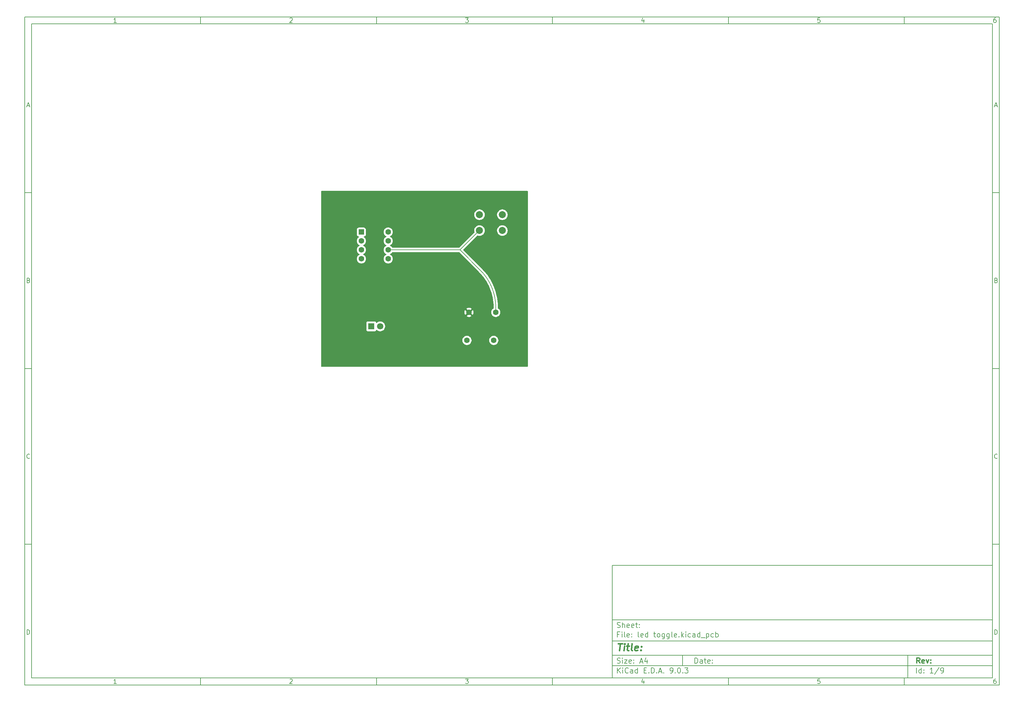
<source format=gbr>
%TF.GenerationSoftware,KiCad,Pcbnew,9.0.3*%
%TF.CreationDate,2025-07-31T01:26:59+05:30*%
%TF.ProjectId,led toggle,6c656420-746f-4676-976c-652e6b696361,rev?*%
%TF.SameCoordinates,Original*%
%TF.FileFunction,Copper,L1,Top*%
%TF.FilePolarity,Positive*%
%FSLAX46Y46*%
G04 Gerber Fmt 4.6, Leading zero omitted, Abs format (unit mm)*
G04 Created by KiCad (PCBNEW 9.0.3) date 2025-07-31 01:26:59*
%MOMM*%
%LPD*%
G01*
G04 APERTURE LIST*
G04 Aperture macros list*
%AMRoundRect*
0 Rectangle with rounded corners*
0 $1 Rounding radius*
0 $2 $3 $4 $5 $6 $7 $8 $9 X,Y pos of 4 corners*
0 Add a 4 corners polygon primitive as box body*
4,1,4,$2,$3,$4,$5,$6,$7,$8,$9,$2,$3,0*
0 Add four circle primitives for the rounded corners*
1,1,$1+$1,$2,$3*
1,1,$1+$1,$4,$5*
1,1,$1+$1,$6,$7*
1,1,$1+$1,$8,$9*
0 Add four rect primitives between the rounded corners*
20,1,$1+$1,$2,$3,$4,$5,0*
20,1,$1+$1,$4,$5,$6,$7,0*
20,1,$1+$1,$6,$7,$8,$9,0*
20,1,$1+$1,$8,$9,$2,$3,0*%
G04 Aperture macros list end*
%ADD10C,0.100000*%
%ADD11C,0.150000*%
%ADD12C,0.300000*%
%ADD13C,0.400000*%
%TA.AperFunction,ComponentPad*%
%ADD14C,1.600000*%
%TD*%
%TA.AperFunction,ComponentPad*%
%ADD15RoundRect,0.250000X-0.550000X-0.550000X0.550000X-0.550000X0.550000X0.550000X-0.550000X0.550000X0*%
%TD*%
%TA.AperFunction,ComponentPad*%
%ADD16C,2.000000*%
%TD*%
%TA.AperFunction,ComponentPad*%
%ADD17R,1.800000X1.800000*%
%TD*%
%TA.AperFunction,ComponentPad*%
%ADD18C,1.800000*%
%TD*%
%TA.AperFunction,Conductor*%
%ADD19C,0.200000*%
%TD*%
G04 APERTURE END LIST*
D10*
D11*
X177002200Y-166007200D02*
X285002200Y-166007200D01*
X285002200Y-198007200D01*
X177002200Y-198007200D01*
X177002200Y-166007200D01*
D10*
D11*
X10000000Y-10000000D02*
X287002200Y-10000000D01*
X287002200Y-200007200D01*
X10000000Y-200007200D01*
X10000000Y-10000000D01*
D10*
D11*
X12000000Y-12000000D02*
X285002200Y-12000000D01*
X285002200Y-198007200D01*
X12000000Y-198007200D01*
X12000000Y-12000000D01*
D10*
D11*
X60000000Y-12000000D02*
X60000000Y-10000000D01*
D10*
D11*
X110000000Y-12000000D02*
X110000000Y-10000000D01*
D10*
D11*
X160000000Y-12000000D02*
X160000000Y-10000000D01*
D10*
D11*
X210000000Y-12000000D02*
X210000000Y-10000000D01*
D10*
D11*
X260000000Y-12000000D02*
X260000000Y-10000000D01*
D10*
D11*
X36089160Y-11593604D02*
X35346303Y-11593604D01*
X35717731Y-11593604D02*
X35717731Y-10293604D01*
X35717731Y-10293604D02*
X35593922Y-10479319D01*
X35593922Y-10479319D02*
X35470112Y-10603128D01*
X35470112Y-10603128D02*
X35346303Y-10665033D01*
D10*
D11*
X85346303Y-10417414D02*
X85408207Y-10355509D01*
X85408207Y-10355509D02*
X85532017Y-10293604D01*
X85532017Y-10293604D02*
X85841541Y-10293604D01*
X85841541Y-10293604D02*
X85965350Y-10355509D01*
X85965350Y-10355509D02*
X86027255Y-10417414D01*
X86027255Y-10417414D02*
X86089160Y-10541223D01*
X86089160Y-10541223D02*
X86089160Y-10665033D01*
X86089160Y-10665033D02*
X86027255Y-10850747D01*
X86027255Y-10850747D02*
X85284398Y-11593604D01*
X85284398Y-11593604D02*
X86089160Y-11593604D01*
D10*
D11*
X135284398Y-10293604D02*
X136089160Y-10293604D01*
X136089160Y-10293604D02*
X135655826Y-10788842D01*
X135655826Y-10788842D02*
X135841541Y-10788842D01*
X135841541Y-10788842D02*
X135965350Y-10850747D01*
X135965350Y-10850747D02*
X136027255Y-10912652D01*
X136027255Y-10912652D02*
X136089160Y-11036461D01*
X136089160Y-11036461D02*
X136089160Y-11345985D01*
X136089160Y-11345985D02*
X136027255Y-11469795D01*
X136027255Y-11469795D02*
X135965350Y-11531700D01*
X135965350Y-11531700D02*
X135841541Y-11593604D01*
X135841541Y-11593604D02*
X135470112Y-11593604D01*
X135470112Y-11593604D02*
X135346303Y-11531700D01*
X135346303Y-11531700D02*
X135284398Y-11469795D01*
D10*
D11*
X185965350Y-10726938D02*
X185965350Y-11593604D01*
X185655826Y-10231700D02*
X185346303Y-11160271D01*
X185346303Y-11160271D02*
X186151064Y-11160271D01*
D10*
D11*
X236027255Y-10293604D02*
X235408207Y-10293604D01*
X235408207Y-10293604D02*
X235346303Y-10912652D01*
X235346303Y-10912652D02*
X235408207Y-10850747D01*
X235408207Y-10850747D02*
X235532017Y-10788842D01*
X235532017Y-10788842D02*
X235841541Y-10788842D01*
X235841541Y-10788842D02*
X235965350Y-10850747D01*
X235965350Y-10850747D02*
X236027255Y-10912652D01*
X236027255Y-10912652D02*
X236089160Y-11036461D01*
X236089160Y-11036461D02*
X236089160Y-11345985D01*
X236089160Y-11345985D02*
X236027255Y-11469795D01*
X236027255Y-11469795D02*
X235965350Y-11531700D01*
X235965350Y-11531700D02*
X235841541Y-11593604D01*
X235841541Y-11593604D02*
X235532017Y-11593604D01*
X235532017Y-11593604D02*
X235408207Y-11531700D01*
X235408207Y-11531700D02*
X235346303Y-11469795D01*
D10*
D11*
X285965350Y-10293604D02*
X285717731Y-10293604D01*
X285717731Y-10293604D02*
X285593922Y-10355509D01*
X285593922Y-10355509D02*
X285532017Y-10417414D01*
X285532017Y-10417414D02*
X285408207Y-10603128D01*
X285408207Y-10603128D02*
X285346303Y-10850747D01*
X285346303Y-10850747D02*
X285346303Y-11345985D01*
X285346303Y-11345985D02*
X285408207Y-11469795D01*
X285408207Y-11469795D02*
X285470112Y-11531700D01*
X285470112Y-11531700D02*
X285593922Y-11593604D01*
X285593922Y-11593604D02*
X285841541Y-11593604D01*
X285841541Y-11593604D02*
X285965350Y-11531700D01*
X285965350Y-11531700D02*
X286027255Y-11469795D01*
X286027255Y-11469795D02*
X286089160Y-11345985D01*
X286089160Y-11345985D02*
X286089160Y-11036461D01*
X286089160Y-11036461D02*
X286027255Y-10912652D01*
X286027255Y-10912652D02*
X285965350Y-10850747D01*
X285965350Y-10850747D02*
X285841541Y-10788842D01*
X285841541Y-10788842D02*
X285593922Y-10788842D01*
X285593922Y-10788842D02*
X285470112Y-10850747D01*
X285470112Y-10850747D02*
X285408207Y-10912652D01*
X285408207Y-10912652D02*
X285346303Y-11036461D01*
D10*
D11*
X60000000Y-198007200D02*
X60000000Y-200007200D01*
D10*
D11*
X110000000Y-198007200D02*
X110000000Y-200007200D01*
D10*
D11*
X160000000Y-198007200D02*
X160000000Y-200007200D01*
D10*
D11*
X210000000Y-198007200D02*
X210000000Y-200007200D01*
D10*
D11*
X260000000Y-198007200D02*
X260000000Y-200007200D01*
D10*
D11*
X36089160Y-199600804D02*
X35346303Y-199600804D01*
X35717731Y-199600804D02*
X35717731Y-198300804D01*
X35717731Y-198300804D02*
X35593922Y-198486519D01*
X35593922Y-198486519D02*
X35470112Y-198610328D01*
X35470112Y-198610328D02*
X35346303Y-198672233D01*
D10*
D11*
X85346303Y-198424614D02*
X85408207Y-198362709D01*
X85408207Y-198362709D02*
X85532017Y-198300804D01*
X85532017Y-198300804D02*
X85841541Y-198300804D01*
X85841541Y-198300804D02*
X85965350Y-198362709D01*
X85965350Y-198362709D02*
X86027255Y-198424614D01*
X86027255Y-198424614D02*
X86089160Y-198548423D01*
X86089160Y-198548423D02*
X86089160Y-198672233D01*
X86089160Y-198672233D02*
X86027255Y-198857947D01*
X86027255Y-198857947D02*
X85284398Y-199600804D01*
X85284398Y-199600804D02*
X86089160Y-199600804D01*
D10*
D11*
X135284398Y-198300804D02*
X136089160Y-198300804D01*
X136089160Y-198300804D02*
X135655826Y-198796042D01*
X135655826Y-198796042D02*
X135841541Y-198796042D01*
X135841541Y-198796042D02*
X135965350Y-198857947D01*
X135965350Y-198857947D02*
X136027255Y-198919852D01*
X136027255Y-198919852D02*
X136089160Y-199043661D01*
X136089160Y-199043661D02*
X136089160Y-199353185D01*
X136089160Y-199353185D02*
X136027255Y-199476995D01*
X136027255Y-199476995D02*
X135965350Y-199538900D01*
X135965350Y-199538900D02*
X135841541Y-199600804D01*
X135841541Y-199600804D02*
X135470112Y-199600804D01*
X135470112Y-199600804D02*
X135346303Y-199538900D01*
X135346303Y-199538900D02*
X135284398Y-199476995D01*
D10*
D11*
X185965350Y-198734138D02*
X185965350Y-199600804D01*
X185655826Y-198238900D02*
X185346303Y-199167471D01*
X185346303Y-199167471D02*
X186151064Y-199167471D01*
D10*
D11*
X236027255Y-198300804D02*
X235408207Y-198300804D01*
X235408207Y-198300804D02*
X235346303Y-198919852D01*
X235346303Y-198919852D02*
X235408207Y-198857947D01*
X235408207Y-198857947D02*
X235532017Y-198796042D01*
X235532017Y-198796042D02*
X235841541Y-198796042D01*
X235841541Y-198796042D02*
X235965350Y-198857947D01*
X235965350Y-198857947D02*
X236027255Y-198919852D01*
X236027255Y-198919852D02*
X236089160Y-199043661D01*
X236089160Y-199043661D02*
X236089160Y-199353185D01*
X236089160Y-199353185D02*
X236027255Y-199476995D01*
X236027255Y-199476995D02*
X235965350Y-199538900D01*
X235965350Y-199538900D02*
X235841541Y-199600804D01*
X235841541Y-199600804D02*
X235532017Y-199600804D01*
X235532017Y-199600804D02*
X235408207Y-199538900D01*
X235408207Y-199538900D02*
X235346303Y-199476995D01*
D10*
D11*
X285965350Y-198300804D02*
X285717731Y-198300804D01*
X285717731Y-198300804D02*
X285593922Y-198362709D01*
X285593922Y-198362709D02*
X285532017Y-198424614D01*
X285532017Y-198424614D02*
X285408207Y-198610328D01*
X285408207Y-198610328D02*
X285346303Y-198857947D01*
X285346303Y-198857947D02*
X285346303Y-199353185D01*
X285346303Y-199353185D02*
X285408207Y-199476995D01*
X285408207Y-199476995D02*
X285470112Y-199538900D01*
X285470112Y-199538900D02*
X285593922Y-199600804D01*
X285593922Y-199600804D02*
X285841541Y-199600804D01*
X285841541Y-199600804D02*
X285965350Y-199538900D01*
X285965350Y-199538900D02*
X286027255Y-199476995D01*
X286027255Y-199476995D02*
X286089160Y-199353185D01*
X286089160Y-199353185D02*
X286089160Y-199043661D01*
X286089160Y-199043661D02*
X286027255Y-198919852D01*
X286027255Y-198919852D02*
X285965350Y-198857947D01*
X285965350Y-198857947D02*
X285841541Y-198796042D01*
X285841541Y-198796042D02*
X285593922Y-198796042D01*
X285593922Y-198796042D02*
X285470112Y-198857947D01*
X285470112Y-198857947D02*
X285408207Y-198919852D01*
X285408207Y-198919852D02*
X285346303Y-199043661D01*
D10*
D11*
X10000000Y-60000000D02*
X12000000Y-60000000D01*
D10*
D11*
X10000000Y-110000000D02*
X12000000Y-110000000D01*
D10*
D11*
X10000000Y-160000000D02*
X12000000Y-160000000D01*
D10*
D11*
X10690476Y-35222176D02*
X11309523Y-35222176D01*
X10566666Y-35593604D02*
X10999999Y-34293604D01*
X10999999Y-34293604D02*
X11433333Y-35593604D01*
D10*
D11*
X11092857Y-84912652D02*
X11278571Y-84974557D01*
X11278571Y-84974557D02*
X11340476Y-85036461D01*
X11340476Y-85036461D02*
X11402380Y-85160271D01*
X11402380Y-85160271D02*
X11402380Y-85345985D01*
X11402380Y-85345985D02*
X11340476Y-85469795D01*
X11340476Y-85469795D02*
X11278571Y-85531700D01*
X11278571Y-85531700D02*
X11154761Y-85593604D01*
X11154761Y-85593604D02*
X10659523Y-85593604D01*
X10659523Y-85593604D02*
X10659523Y-84293604D01*
X10659523Y-84293604D02*
X11092857Y-84293604D01*
X11092857Y-84293604D02*
X11216666Y-84355509D01*
X11216666Y-84355509D02*
X11278571Y-84417414D01*
X11278571Y-84417414D02*
X11340476Y-84541223D01*
X11340476Y-84541223D02*
X11340476Y-84665033D01*
X11340476Y-84665033D02*
X11278571Y-84788842D01*
X11278571Y-84788842D02*
X11216666Y-84850747D01*
X11216666Y-84850747D02*
X11092857Y-84912652D01*
X11092857Y-84912652D02*
X10659523Y-84912652D01*
D10*
D11*
X11402380Y-135469795D02*
X11340476Y-135531700D01*
X11340476Y-135531700D02*
X11154761Y-135593604D01*
X11154761Y-135593604D02*
X11030952Y-135593604D01*
X11030952Y-135593604D02*
X10845238Y-135531700D01*
X10845238Y-135531700D02*
X10721428Y-135407890D01*
X10721428Y-135407890D02*
X10659523Y-135284080D01*
X10659523Y-135284080D02*
X10597619Y-135036461D01*
X10597619Y-135036461D02*
X10597619Y-134850747D01*
X10597619Y-134850747D02*
X10659523Y-134603128D01*
X10659523Y-134603128D02*
X10721428Y-134479319D01*
X10721428Y-134479319D02*
X10845238Y-134355509D01*
X10845238Y-134355509D02*
X11030952Y-134293604D01*
X11030952Y-134293604D02*
X11154761Y-134293604D01*
X11154761Y-134293604D02*
X11340476Y-134355509D01*
X11340476Y-134355509D02*
X11402380Y-134417414D01*
D10*
D11*
X10659523Y-185593604D02*
X10659523Y-184293604D01*
X10659523Y-184293604D02*
X10969047Y-184293604D01*
X10969047Y-184293604D02*
X11154761Y-184355509D01*
X11154761Y-184355509D02*
X11278571Y-184479319D01*
X11278571Y-184479319D02*
X11340476Y-184603128D01*
X11340476Y-184603128D02*
X11402380Y-184850747D01*
X11402380Y-184850747D02*
X11402380Y-185036461D01*
X11402380Y-185036461D02*
X11340476Y-185284080D01*
X11340476Y-185284080D02*
X11278571Y-185407890D01*
X11278571Y-185407890D02*
X11154761Y-185531700D01*
X11154761Y-185531700D02*
X10969047Y-185593604D01*
X10969047Y-185593604D02*
X10659523Y-185593604D01*
D10*
D11*
X287002200Y-60000000D02*
X285002200Y-60000000D01*
D10*
D11*
X287002200Y-110000000D02*
X285002200Y-110000000D01*
D10*
D11*
X287002200Y-160000000D02*
X285002200Y-160000000D01*
D10*
D11*
X285692676Y-35222176D02*
X286311723Y-35222176D01*
X285568866Y-35593604D02*
X286002199Y-34293604D01*
X286002199Y-34293604D02*
X286435533Y-35593604D01*
D10*
D11*
X286095057Y-84912652D02*
X286280771Y-84974557D01*
X286280771Y-84974557D02*
X286342676Y-85036461D01*
X286342676Y-85036461D02*
X286404580Y-85160271D01*
X286404580Y-85160271D02*
X286404580Y-85345985D01*
X286404580Y-85345985D02*
X286342676Y-85469795D01*
X286342676Y-85469795D02*
X286280771Y-85531700D01*
X286280771Y-85531700D02*
X286156961Y-85593604D01*
X286156961Y-85593604D02*
X285661723Y-85593604D01*
X285661723Y-85593604D02*
X285661723Y-84293604D01*
X285661723Y-84293604D02*
X286095057Y-84293604D01*
X286095057Y-84293604D02*
X286218866Y-84355509D01*
X286218866Y-84355509D02*
X286280771Y-84417414D01*
X286280771Y-84417414D02*
X286342676Y-84541223D01*
X286342676Y-84541223D02*
X286342676Y-84665033D01*
X286342676Y-84665033D02*
X286280771Y-84788842D01*
X286280771Y-84788842D02*
X286218866Y-84850747D01*
X286218866Y-84850747D02*
X286095057Y-84912652D01*
X286095057Y-84912652D02*
X285661723Y-84912652D01*
D10*
D11*
X286404580Y-135469795D02*
X286342676Y-135531700D01*
X286342676Y-135531700D02*
X286156961Y-135593604D01*
X286156961Y-135593604D02*
X286033152Y-135593604D01*
X286033152Y-135593604D02*
X285847438Y-135531700D01*
X285847438Y-135531700D02*
X285723628Y-135407890D01*
X285723628Y-135407890D02*
X285661723Y-135284080D01*
X285661723Y-135284080D02*
X285599819Y-135036461D01*
X285599819Y-135036461D02*
X285599819Y-134850747D01*
X285599819Y-134850747D02*
X285661723Y-134603128D01*
X285661723Y-134603128D02*
X285723628Y-134479319D01*
X285723628Y-134479319D02*
X285847438Y-134355509D01*
X285847438Y-134355509D02*
X286033152Y-134293604D01*
X286033152Y-134293604D02*
X286156961Y-134293604D01*
X286156961Y-134293604D02*
X286342676Y-134355509D01*
X286342676Y-134355509D02*
X286404580Y-134417414D01*
D10*
D11*
X285661723Y-185593604D02*
X285661723Y-184293604D01*
X285661723Y-184293604D02*
X285971247Y-184293604D01*
X285971247Y-184293604D02*
X286156961Y-184355509D01*
X286156961Y-184355509D02*
X286280771Y-184479319D01*
X286280771Y-184479319D02*
X286342676Y-184603128D01*
X286342676Y-184603128D02*
X286404580Y-184850747D01*
X286404580Y-184850747D02*
X286404580Y-185036461D01*
X286404580Y-185036461D02*
X286342676Y-185284080D01*
X286342676Y-185284080D02*
X286280771Y-185407890D01*
X286280771Y-185407890D02*
X286156961Y-185531700D01*
X286156961Y-185531700D02*
X285971247Y-185593604D01*
X285971247Y-185593604D02*
X285661723Y-185593604D01*
D10*
D11*
X200458026Y-193793328D02*
X200458026Y-192293328D01*
X200458026Y-192293328D02*
X200815169Y-192293328D01*
X200815169Y-192293328D02*
X201029455Y-192364757D01*
X201029455Y-192364757D02*
X201172312Y-192507614D01*
X201172312Y-192507614D02*
X201243741Y-192650471D01*
X201243741Y-192650471D02*
X201315169Y-192936185D01*
X201315169Y-192936185D02*
X201315169Y-193150471D01*
X201315169Y-193150471D02*
X201243741Y-193436185D01*
X201243741Y-193436185D02*
X201172312Y-193579042D01*
X201172312Y-193579042D02*
X201029455Y-193721900D01*
X201029455Y-193721900D02*
X200815169Y-193793328D01*
X200815169Y-193793328D02*
X200458026Y-193793328D01*
X202600884Y-193793328D02*
X202600884Y-193007614D01*
X202600884Y-193007614D02*
X202529455Y-192864757D01*
X202529455Y-192864757D02*
X202386598Y-192793328D01*
X202386598Y-192793328D02*
X202100884Y-192793328D01*
X202100884Y-192793328D02*
X201958026Y-192864757D01*
X202600884Y-193721900D02*
X202458026Y-193793328D01*
X202458026Y-193793328D02*
X202100884Y-193793328D01*
X202100884Y-193793328D02*
X201958026Y-193721900D01*
X201958026Y-193721900D02*
X201886598Y-193579042D01*
X201886598Y-193579042D02*
X201886598Y-193436185D01*
X201886598Y-193436185D02*
X201958026Y-193293328D01*
X201958026Y-193293328D02*
X202100884Y-193221900D01*
X202100884Y-193221900D02*
X202458026Y-193221900D01*
X202458026Y-193221900D02*
X202600884Y-193150471D01*
X203100884Y-192793328D02*
X203672312Y-192793328D01*
X203315169Y-192293328D02*
X203315169Y-193579042D01*
X203315169Y-193579042D02*
X203386598Y-193721900D01*
X203386598Y-193721900D02*
X203529455Y-193793328D01*
X203529455Y-193793328D02*
X203672312Y-193793328D01*
X204743741Y-193721900D02*
X204600884Y-193793328D01*
X204600884Y-193793328D02*
X204315170Y-193793328D01*
X204315170Y-193793328D02*
X204172312Y-193721900D01*
X204172312Y-193721900D02*
X204100884Y-193579042D01*
X204100884Y-193579042D02*
X204100884Y-193007614D01*
X204100884Y-193007614D02*
X204172312Y-192864757D01*
X204172312Y-192864757D02*
X204315170Y-192793328D01*
X204315170Y-192793328D02*
X204600884Y-192793328D01*
X204600884Y-192793328D02*
X204743741Y-192864757D01*
X204743741Y-192864757D02*
X204815170Y-193007614D01*
X204815170Y-193007614D02*
X204815170Y-193150471D01*
X204815170Y-193150471D02*
X204100884Y-193293328D01*
X205458026Y-193650471D02*
X205529455Y-193721900D01*
X205529455Y-193721900D02*
X205458026Y-193793328D01*
X205458026Y-193793328D02*
X205386598Y-193721900D01*
X205386598Y-193721900D02*
X205458026Y-193650471D01*
X205458026Y-193650471D02*
X205458026Y-193793328D01*
X205458026Y-192864757D02*
X205529455Y-192936185D01*
X205529455Y-192936185D02*
X205458026Y-193007614D01*
X205458026Y-193007614D02*
X205386598Y-192936185D01*
X205386598Y-192936185D02*
X205458026Y-192864757D01*
X205458026Y-192864757D02*
X205458026Y-193007614D01*
D10*
D11*
X177002200Y-194507200D02*
X285002200Y-194507200D01*
D10*
D11*
X178458026Y-196593328D02*
X178458026Y-195093328D01*
X179315169Y-196593328D02*
X178672312Y-195736185D01*
X179315169Y-195093328D02*
X178458026Y-195950471D01*
X179958026Y-196593328D02*
X179958026Y-195593328D01*
X179958026Y-195093328D02*
X179886598Y-195164757D01*
X179886598Y-195164757D02*
X179958026Y-195236185D01*
X179958026Y-195236185D02*
X180029455Y-195164757D01*
X180029455Y-195164757D02*
X179958026Y-195093328D01*
X179958026Y-195093328D02*
X179958026Y-195236185D01*
X181529455Y-196450471D02*
X181458027Y-196521900D01*
X181458027Y-196521900D02*
X181243741Y-196593328D01*
X181243741Y-196593328D02*
X181100884Y-196593328D01*
X181100884Y-196593328D02*
X180886598Y-196521900D01*
X180886598Y-196521900D02*
X180743741Y-196379042D01*
X180743741Y-196379042D02*
X180672312Y-196236185D01*
X180672312Y-196236185D02*
X180600884Y-195950471D01*
X180600884Y-195950471D02*
X180600884Y-195736185D01*
X180600884Y-195736185D02*
X180672312Y-195450471D01*
X180672312Y-195450471D02*
X180743741Y-195307614D01*
X180743741Y-195307614D02*
X180886598Y-195164757D01*
X180886598Y-195164757D02*
X181100884Y-195093328D01*
X181100884Y-195093328D02*
X181243741Y-195093328D01*
X181243741Y-195093328D02*
X181458027Y-195164757D01*
X181458027Y-195164757D02*
X181529455Y-195236185D01*
X182815170Y-196593328D02*
X182815170Y-195807614D01*
X182815170Y-195807614D02*
X182743741Y-195664757D01*
X182743741Y-195664757D02*
X182600884Y-195593328D01*
X182600884Y-195593328D02*
X182315170Y-195593328D01*
X182315170Y-195593328D02*
X182172312Y-195664757D01*
X182815170Y-196521900D02*
X182672312Y-196593328D01*
X182672312Y-196593328D02*
X182315170Y-196593328D01*
X182315170Y-196593328D02*
X182172312Y-196521900D01*
X182172312Y-196521900D02*
X182100884Y-196379042D01*
X182100884Y-196379042D02*
X182100884Y-196236185D01*
X182100884Y-196236185D02*
X182172312Y-196093328D01*
X182172312Y-196093328D02*
X182315170Y-196021900D01*
X182315170Y-196021900D02*
X182672312Y-196021900D01*
X182672312Y-196021900D02*
X182815170Y-195950471D01*
X184172313Y-196593328D02*
X184172313Y-195093328D01*
X184172313Y-196521900D02*
X184029455Y-196593328D01*
X184029455Y-196593328D02*
X183743741Y-196593328D01*
X183743741Y-196593328D02*
X183600884Y-196521900D01*
X183600884Y-196521900D02*
X183529455Y-196450471D01*
X183529455Y-196450471D02*
X183458027Y-196307614D01*
X183458027Y-196307614D02*
X183458027Y-195879042D01*
X183458027Y-195879042D02*
X183529455Y-195736185D01*
X183529455Y-195736185D02*
X183600884Y-195664757D01*
X183600884Y-195664757D02*
X183743741Y-195593328D01*
X183743741Y-195593328D02*
X184029455Y-195593328D01*
X184029455Y-195593328D02*
X184172313Y-195664757D01*
X186029455Y-195807614D02*
X186529455Y-195807614D01*
X186743741Y-196593328D02*
X186029455Y-196593328D01*
X186029455Y-196593328D02*
X186029455Y-195093328D01*
X186029455Y-195093328D02*
X186743741Y-195093328D01*
X187386598Y-196450471D02*
X187458027Y-196521900D01*
X187458027Y-196521900D02*
X187386598Y-196593328D01*
X187386598Y-196593328D02*
X187315170Y-196521900D01*
X187315170Y-196521900D02*
X187386598Y-196450471D01*
X187386598Y-196450471D02*
X187386598Y-196593328D01*
X188100884Y-196593328D02*
X188100884Y-195093328D01*
X188100884Y-195093328D02*
X188458027Y-195093328D01*
X188458027Y-195093328D02*
X188672313Y-195164757D01*
X188672313Y-195164757D02*
X188815170Y-195307614D01*
X188815170Y-195307614D02*
X188886599Y-195450471D01*
X188886599Y-195450471D02*
X188958027Y-195736185D01*
X188958027Y-195736185D02*
X188958027Y-195950471D01*
X188958027Y-195950471D02*
X188886599Y-196236185D01*
X188886599Y-196236185D02*
X188815170Y-196379042D01*
X188815170Y-196379042D02*
X188672313Y-196521900D01*
X188672313Y-196521900D02*
X188458027Y-196593328D01*
X188458027Y-196593328D02*
X188100884Y-196593328D01*
X189600884Y-196450471D02*
X189672313Y-196521900D01*
X189672313Y-196521900D02*
X189600884Y-196593328D01*
X189600884Y-196593328D02*
X189529456Y-196521900D01*
X189529456Y-196521900D02*
X189600884Y-196450471D01*
X189600884Y-196450471D02*
X189600884Y-196593328D01*
X190243742Y-196164757D02*
X190958028Y-196164757D01*
X190100885Y-196593328D02*
X190600885Y-195093328D01*
X190600885Y-195093328D02*
X191100885Y-196593328D01*
X191600884Y-196450471D02*
X191672313Y-196521900D01*
X191672313Y-196521900D02*
X191600884Y-196593328D01*
X191600884Y-196593328D02*
X191529456Y-196521900D01*
X191529456Y-196521900D02*
X191600884Y-196450471D01*
X191600884Y-196450471D02*
X191600884Y-196593328D01*
X193529456Y-196593328D02*
X193815170Y-196593328D01*
X193815170Y-196593328D02*
X193958027Y-196521900D01*
X193958027Y-196521900D02*
X194029456Y-196450471D01*
X194029456Y-196450471D02*
X194172313Y-196236185D01*
X194172313Y-196236185D02*
X194243742Y-195950471D01*
X194243742Y-195950471D02*
X194243742Y-195379042D01*
X194243742Y-195379042D02*
X194172313Y-195236185D01*
X194172313Y-195236185D02*
X194100885Y-195164757D01*
X194100885Y-195164757D02*
X193958027Y-195093328D01*
X193958027Y-195093328D02*
X193672313Y-195093328D01*
X193672313Y-195093328D02*
X193529456Y-195164757D01*
X193529456Y-195164757D02*
X193458027Y-195236185D01*
X193458027Y-195236185D02*
X193386599Y-195379042D01*
X193386599Y-195379042D02*
X193386599Y-195736185D01*
X193386599Y-195736185D02*
X193458027Y-195879042D01*
X193458027Y-195879042D02*
X193529456Y-195950471D01*
X193529456Y-195950471D02*
X193672313Y-196021900D01*
X193672313Y-196021900D02*
X193958027Y-196021900D01*
X193958027Y-196021900D02*
X194100885Y-195950471D01*
X194100885Y-195950471D02*
X194172313Y-195879042D01*
X194172313Y-195879042D02*
X194243742Y-195736185D01*
X194886598Y-196450471D02*
X194958027Y-196521900D01*
X194958027Y-196521900D02*
X194886598Y-196593328D01*
X194886598Y-196593328D02*
X194815170Y-196521900D01*
X194815170Y-196521900D02*
X194886598Y-196450471D01*
X194886598Y-196450471D02*
X194886598Y-196593328D01*
X195886599Y-195093328D02*
X196029456Y-195093328D01*
X196029456Y-195093328D02*
X196172313Y-195164757D01*
X196172313Y-195164757D02*
X196243742Y-195236185D01*
X196243742Y-195236185D02*
X196315170Y-195379042D01*
X196315170Y-195379042D02*
X196386599Y-195664757D01*
X196386599Y-195664757D02*
X196386599Y-196021900D01*
X196386599Y-196021900D02*
X196315170Y-196307614D01*
X196315170Y-196307614D02*
X196243742Y-196450471D01*
X196243742Y-196450471D02*
X196172313Y-196521900D01*
X196172313Y-196521900D02*
X196029456Y-196593328D01*
X196029456Y-196593328D02*
X195886599Y-196593328D01*
X195886599Y-196593328D02*
X195743742Y-196521900D01*
X195743742Y-196521900D02*
X195672313Y-196450471D01*
X195672313Y-196450471D02*
X195600884Y-196307614D01*
X195600884Y-196307614D02*
X195529456Y-196021900D01*
X195529456Y-196021900D02*
X195529456Y-195664757D01*
X195529456Y-195664757D02*
X195600884Y-195379042D01*
X195600884Y-195379042D02*
X195672313Y-195236185D01*
X195672313Y-195236185D02*
X195743742Y-195164757D01*
X195743742Y-195164757D02*
X195886599Y-195093328D01*
X197029455Y-196450471D02*
X197100884Y-196521900D01*
X197100884Y-196521900D02*
X197029455Y-196593328D01*
X197029455Y-196593328D02*
X196958027Y-196521900D01*
X196958027Y-196521900D02*
X197029455Y-196450471D01*
X197029455Y-196450471D02*
X197029455Y-196593328D01*
X197600884Y-195093328D02*
X198529456Y-195093328D01*
X198529456Y-195093328D02*
X198029456Y-195664757D01*
X198029456Y-195664757D02*
X198243741Y-195664757D01*
X198243741Y-195664757D02*
X198386599Y-195736185D01*
X198386599Y-195736185D02*
X198458027Y-195807614D01*
X198458027Y-195807614D02*
X198529456Y-195950471D01*
X198529456Y-195950471D02*
X198529456Y-196307614D01*
X198529456Y-196307614D02*
X198458027Y-196450471D01*
X198458027Y-196450471D02*
X198386599Y-196521900D01*
X198386599Y-196521900D02*
X198243741Y-196593328D01*
X198243741Y-196593328D02*
X197815170Y-196593328D01*
X197815170Y-196593328D02*
X197672313Y-196521900D01*
X197672313Y-196521900D02*
X197600884Y-196450471D01*
D10*
D11*
X177002200Y-191507200D02*
X285002200Y-191507200D01*
D10*
D12*
X264413853Y-193785528D02*
X263913853Y-193071242D01*
X263556710Y-193785528D02*
X263556710Y-192285528D01*
X263556710Y-192285528D02*
X264128139Y-192285528D01*
X264128139Y-192285528D02*
X264270996Y-192356957D01*
X264270996Y-192356957D02*
X264342425Y-192428385D01*
X264342425Y-192428385D02*
X264413853Y-192571242D01*
X264413853Y-192571242D02*
X264413853Y-192785528D01*
X264413853Y-192785528D02*
X264342425Y-192928385D01*
X264342425Y-192928385D02*
X264270996Y-192999814D01*
X264270996Y-192999814D02*
X264128139Y-193071242D01*
X264128139Y-193071242D02*
X263556710Y-193071242D01*
X265628139Y-193714100D02*
X265485282Y-193785528D01*
X265485282Y-193785528D02*
X265199568Y-193785528D01*
X265199568Y-193785528D02*
X265056710Y-193714100D01*
X265056710Y-193714100D02*
X264985282Y-193571242D01*
X264985282Y-193571242D02*
X264985282Y-192999814D01*
X264985282Y-192999814D02*
X265056710Y-192856957D01*
X265056710Y-192856957D02*
X265199568Y-192785528D01*
X265199568Y-192785528D02*
X265485282Y-192785528D01*
X265485282Y-192785528D02*
X265628139Y-192856957D01*
X265628139Y-192856957D02*
X265699568Y-192999814D01*
X265699568Y-192999814D02*
X265699568Y-193142671D01*
X265699568Y-193142671D02*
X264985282Y-193285528D01*
X266199567Y-192785528D02*
X266556710Y-193785528D01*
X266556710Y-193785528D02*
X266913853Y-192785528D01*
X267485281Y-193642671D02*
X267556710Y-193714100D01*
X267556710Y-193714100D02*
X267485281Y-193785528D01*
X267485281Y-193785528D02*
X267413853Y-193714100D01*
X267413853Y-193714100D02*
X267485281Y-193642671D01*
X267485281Y-193642671D02*
X267485281Y-193785528D01*
X267485281Y-192856957D02*
X267556710Y-192928385D01*
X267556710Y-192928385D02*
X267485281Y-192999814D01*
X267485281Y-192999814D02*
X267413853Y-192928385D01*
X267413853Y-192928385D02*
X267485281Y-192856957D01*
X267485281Y-192856957D02*
X267485281Y-192999814D01*
D10*
D11*
X178386598Y-193721900D02*
X178600884Y-193793328D01*
X178600884Y-193793328D02*
X178958026Y-193793328D01*
X178958026Y-193793328D02*
X179100884Y-193721900D01*
X179100884Y-193721900D02*
X179172312Y-193650471D01*
X179172312Y-193650471D02*
X179243741Y-193507614D01*
X179243741Y-193507614D02*
X179243741Y-193364757D01*
X179243741Y-193364757D02*
X179172312Y-193221900D01*
X179172312Y-193221900D02*
X179100884Y-193150471D01*
X179100884Y-193150471D02*
X178958026Y-193079042D01*
X178958026Y-193079042D02*
X178672312Y-193007614D01*
X178672312Y-193007614D02*
X178529455Y-192936185D01*
X178529455Y-192936185D02*
X178458026Y-192864757D01*
X178458026Y-192864757D02*
X178386598Y-192721900D01*
X178386598Y-192721900D02*
X178386598Y-192579042D01*
X178386598Y-192579042D02*
X178458026Y-192436185D01*
X178458026Y-192436185D02*
X178529455Y-192364757D01*
X178529455Y-192364757D02*
X178672312Y-192293328D01*
X178672312Y-192293328D02*
X179029455Y-192293328D01*
X179029455Y-192293328D02*
X179243741Y-192364757D01*
X179886597Y-193793328D02*
X179886597Y-192793328D01*
X179886597Y-192293328D02*
X179815169Y-192364757D01*
X179815169Y-192364757D02*
X179886597Y-192436185D01*
X179886597Y-192436185D02*
X179958026Y-192364757D01*
X179958026Y-192364757D02*
X179886597Y-192293328D01*
X179886597Y-192293328D02*
X179886597Y-192436185D01*
X180458026Y-192793328D02*
X181243741Y-192793328D01*
X181243741Y-192793328D02*
X180458026Y-193793328D01*
X180458026Y-193793328D02*
X181243741Y-193793328D01*
X182386598Y-193721900D02*
X182243741Y-193793328D01*
X182243741Y-193793328D02*
X181958027Y-193793328D01*
X181958027Y-193793328D02*
X181815169Y-193721900D01*
X181815169Y-193721900D02*
X181743741Y-193579042D01*
X181743741Y-193579042D02*
X181743741Y-193007614D01*
X181743741Y-193007614D02*
X181815169Y-192864757D01*
X181815169Y-192864757D02*
X181958027Y-192793328D01*
X181958027Y-192793328D02*
X182243741Y-192793328D01*
X182243741Y-192793328D02*
X182386598Y-192864757D01*
X182386598Y-192864757D02*
X182458027Y-193007614D01*
X182458027Y-193007614D02*
X182458027Y-193150471D01*
X182458027Y-193150471D02*
X181743741Y-193293328D01*
X183100883Y-193650471D02*
X183172312Y-193721900D01*
X183172312Y-193721900D02*
X183100883Y-193793328D01*
X183100883Y-193793328D02*
X183029455Y-193721900D01*
X183029455Y-193721900D02*
X183100883Y-193650471D01*
X183100883Y-193650471D02*
X183100883Y-193793328D01*
X183100883Y-192864757D02*
X183172312Y-192936185D01*
X183172312Y-192936185D02*
X183100883Y-193007614D01*
X183100883Y-193007614D02*
X183029455Y-192936185D01*
X183029455Y-192936185D02*
X183100883Y-192864757D01*
X183100883Y-192864757D02*
X183100883Y-193007614D01*
X184886598Y-193364757D02*
X185600884Y-193364757D01*
X184743741Y-193793328D02*
X185243741Y-192293328D01*
X185243741Y-192293328D02*
X185743741Y-193793328D01*
X186886598Y-192793328D02*
X186886598Y-193793328D01*
X186529455Y-192221900D02*
X186172312Y-193293328D01*
X186172312Y-193293328D02*
X187100883Y-193293328D01*
D10*
D11*
X263458026Y-196593328D02*
X263458026Y-195093328D01*
X264815170Y-196593328D02*
X264815170Y-195093328D01*
X264815170Y-196521900D02*
X264672312Y-196593328D01*
X264672312Y-196593328D02*
X264386598Y-196593328D01*
X264386598Y-196593328D02*
X264243741Y-196521900D01*
X264243741Y-196521900D02*
X264172312Y-196450471D01*
X264172312Y-196450471D02*
X264100884Y-196307614D01*
X264100884Y-196307614D02*
X264100884Y-195879042D01*
X264100884Y-195879042D02*
X264172312Y-195736185D01*
X264172312Y-195736185D02*
X264243741Y-195664757D01*
X264243741Y-195664757D02*
X264386598Y-195593328D01*
X264386598Y-195593328D02*
X264672312Y-195593328D01*
X264672312Y-195593328D02*
X264815170Y-195664757D01*
X265529455Y-196450471D02*
X265600884Y-196521900D01*
X265600884Y-196521900D02*
X265529455Y-196593328D01*
X265529455Y-196593328D02*
X265458027Y-196521900D01*
X265458027Y-196521900D02*
X265529455Y-196450471D01*
X265529455Y-196450471D02*
X265529455Y-196593328D01*
X265529455Y-195664757D02*
X265600884Y-195736185D01*
X265600884Y-195736185D02*
X265529455Y-195807614D01*
X265529455Y-195807614D02*
X265458027Y-195736185D01*
X265458027Y-195736185D02*
X265529455Y-195664757D01*
X265529455Y-195664757D02*
X265529455Y-195807614D01*
X268172313Y-196593328D02*
X267315170Y-196593328D01*
X267743741Y-196593328D02*
X267743741Y-195093328D01*
X267743741Y-195093328D02*
X267600884Y-195307614D01*
X267600884Y-195307614D02*
X267458027Y-195450471D01*
X267458027Y-195450471D02*
X267315170Y-195521900D01*
X269886598Y-195021900D02*
X268600884Y-196950471D01*
X270458027Y-196593328D02*
X270743741Y-196593328D01*
X270743741Y-196593328D02*
X270886598Y-196521900D01*
X270886598Y-196521900D02*
X270958027Y-196450471D01*
X270958027Y-196450471D02*
X271100884Y-196236185D01*
X271100884Y-196236185D02*
X271172313Y-195950471D01*
X271172313Y-195950471D02*
X271172313Y-195379042D01*
X271172313Y-195379042D02*
X271100884Y-195236185D01*
X271100884Y-195236185D02*
X271029456Y-195164757D01*
X271029456Y-195164757D02*
X270886598Y-195093328D01*
X270886598Y-195093328D02*
X270600884Y-195093328D01*
X270600884Y-195093328D02*
X270458027Y-195164757D01*
X270458027Y-195164757D02*
X270386598Y-195236185D01*
X270386598Y-195236185D02*
X270315170Y-195379042D01*
X270315170Y-195379042D02*
X270315170Y-195736185D01*
X270315170Y-195736185D02*
X270386598Y-195879042D01*
X270386598Y-195879042D02*
X270458027Y-195950471D01*
X270458027Y-195950471D02*
X270600884Y-196021900D01*
X270600884Y-196021900D02*
X270886598Y-196021900D01*
X270886598Y-196021900D02*
X271029456Y-195950471D01*
X271029456Y-195950471D02*
X271100884Y-195879042D01*
X271100884Y-195879042D02*
X271172313Y-195736185D01*
D10*
D11*
X177002200Y-187507200D02*
X285002200Y-187507200D01*
D10*
D13*
X178693928Y-188211638D02*
X179836785Y-188211638D01*
X179015357Y-190211638D02*
X179265357Y-188211638D01*
X180253452Y-190211638D02*
X180420119Y-188878304D01*
X180503452Y-188211638D02*
X180396309Y-188306876D01*
X180396309Y-188306876D02*
X180479643Y-188402114D01*
X180479643Y-188402114D02*
X180586786Y-188306876D01*
X180586786Y-188306876D02*
X180503452Y-188211638D01*
X180503452Y-188211638D02*
X180479643Y-188402114D01*
X181086786Y-188878304D02*
X181848690Y-188878304D01*
X181455833Y-188211638D02*
X181241548Y-189925923D01*
X181241548Y-189925923D02*
X181312976Y-190116400D01*
X181312976Y-190116400D02*
X181491548Y-190211638D01*
X181491548Y-190211638D02*
X181682024Y-190211638D01*
X182634405Y-190211638D02*
X182455833Y-190116400D01*
X182455833Y-190116400D02*
X182384405Y-189925923D01*
X182384405Y-189925923D02*
X182598690Y-188211638D01*
X184170119Y-190116400D02*
X183967738Y-190211638D01*
X183967738Y-190211638D02*
X183586785Y-190211638D01*
X183586785Y-190211638D02*
X183408214Y-190116400D01*
X183408214Y-190116400D02*
X183336785Y-189925923D01*
X183336785Y-189925923D02*
X183432024Y-189164019D01*
X183432024Y-189164019D02*
X183551071Y-188973542D01*
X183551071Y-188973542D02*
X183753452Y-188878304D01*
X183753452Y-188878304D02*
X184134404Y-188878304D01*
X184134404Y-188878304D02*
X184312976Y-188973542D01*
X184312976Y-188973542D02*
X184384404Y-189164019D01*
X184384404Y-189164019D02*
X184360595Y-189354495D01*
X184360595Y-189354495D02*
X183384404Y-189544971D01*
X185134405Y-190021161D02*
X185217738Y-190116400D01*
X185217738Y-190116400D02*
X185110595Y-190211638D01*
X185110595Y-190211638D02*
X185027262Y-190116400D01*
X185027262Y-190116400D02*
X185134405Y-190021161D01*
X185134405Y-190021161D02*
X185110595Y-190211638D01*
X185265357Y-188973542D02*
X185348690Y-189068780D01*
X185348690Y-189068780D02*
X185241548Y-189164019D01*
X185241548Y-189164019D02*
X185158214Y-189068780D01*
X185158214Y-189068780D02*
X185265357Y-188973542D01*
X185265357Y-188973542D02*
X185241548Y-189164019D01*
D10*
D11*
X178958026Y-185607614D02*
X178458026Y-185607614D01*
X178458026Y-186393328D02*
X178458026Y-184893328D01*
X178458026Y-184893328D02*
X179172312Y-184893328D01*
X179743740Y-186393328D02*
X179743740Y-185393328D01*
X179743740Y-184893328D02*
X179672312Y-184964757D01*
X179672312Y-184964757D02*
X179743740Y-185036185D01*
X179743740Y-185036185D02*
X179815169Y-184964757D01*
X179815169Y-184964757D02*
X179743740Y-184893328D01*
X179743740Y-184893328D02*
X179743740Y-185036185D01*
X180672312Y-186393328D02*
X180529455Y-186321900D01*
X180529455Y-186321900D02*
X180458026Y-186179042D01*
X180458026Y-186179042D02*
X180458026Y-184893328D01*
X181815169Y-186321900D02*
X181672312Y-186393328D01*
X181672312Y-186393328D02*
X181386598Y-186393328D01*
X181386598Y-186393328D02*
X181243740Y-186321900D01*
X181243740Y-186321900D02*
X181172312Y-186179042D01*
X181172312Y-186179042D02*
X181172312Y-185607614D01*
X181172312Y-185607614D02*
X181243740Y-185464757D01*
X181243740Y-185464757D02*
X181386598Y-185393328D01*
X181386598Y-185393328D02*
X181672312Y-185393328D01*
X181672312Y-185393328D02*
X181815169Y-185464757D01*
X181815169Y-185464757D02*
X181886598Y-185607614D01*
X181886598Y-185607614D02*
X181886598Y-185750471D01*
X181886598Y-185750471D02*
X181172312Y-185893328D01*
X182529454Y-186250471D02*
X182600883Y-186321900D01*
X182600883Y-186321900D02*
X182529454Y-186393328D01*
X182529454Y-186393328D02*
X182458026Y-186321900D01*
X182458026Y-186321900D02*
X182529454Y-186250471D01*
X182529454Y-186250471D02*
X182529454Y-186393328D01*
X182529454Y-185464757D02*
X182600883Y-185536185D01*
X182600883Y-185536185D02*
X182529454Y-185607614D01*
X182529454Y-185607614D02*
X182458026Y-185536185D01*
X182458026Y-185536185D02*
X182529454Y-185464757D01*
X182529454Y-185464757D02*
X182529454Y-185607614D01*
X184600883Y-186393328D02*
X184458026Y-186321900D01*
X184458026Y-186321900D02*
X184386597Y-186179042D01*
X184386597Y-186179042D02*
X184386597Y-184893328D01*
X185743740Y-186321900D02*
X185600883Y-186393328D01*
X185600883Y-186393328D02*
X185315169Y-186393328D01*
X185315169Y-186393328D02*
X185172311Y-186321900D01*
X185172311Y-186321900D02*
X185100883Y-186179042D01*
X185100883Y-186179042D02*
X185100883Y-185607614D01*
X185100883Y-185607614D02*
X185172311Y-185464757D01*
X185172311Y-185464757D02*
X185315169Y-185393328D01*
X185315169Y-185393328D02*
X185600883Y-185393328D01*
X185600883Y-185393328D02*
X185743740Y-185464757D01*
X185743740Y-185464757D02*
X185815169Y-185607614D01*
X185815169Y-185607614D02*
X185815169Y-185750471D01*
X185815169Y-185750471D02*
X185100883Y-185893328D01*
X187100883Y-186393328D02*
X187100883Y-184893328D01*
X187100883Y-186321900D02*
X186958025Y-186393328D01*
X186958025Y-186393328D02*
X186672311Y-186393328D01*
X186672311Y-186393328D02*
X186529454Y-186321900D01*
X186529454Y-186321900D02*
X186458025Y-186250471D01*
X186458025Y-186250471D02*
X186386597Y-186107614D01*
X186386597Y-186107614D02*
X186386597Y-185679042D01*
X186386597Y-185679042D02*
X186458025Y-185536185D01*
X186458025Y-185536185D02*
X186529454Y-185464757D01*
X186529454Y-185464757D02*
X186672311Y-185393328D01*
X186672311Y-185393328D02*
X186958025Y-185393328D01*
X186958025Y-185393328D02*
X187100883Y-185464757D01*
X188743740Y-185393328D02*
X189315168Y-185393328D01*
X188958025Y-184893328D02*
X188958025Y-186179042D01*
X188958025Y-186179042D02*
X189029454Y-186321900D01*
X189029454Y-186321900D02*
X189172311Y-186393328D01*
X189172311Y-186393328D02*
X189315168Y-186393328D01*
X190029454Y-186393328D02*
X189886597Y-186321900D01*
X189886597Y-186321900D02*
X189815168Y-186250471D01*
X189815168Y-186250471D02*
X189743740Y-186107614D01*
X189743740Y-186107614D02*
X189743740Y-185679042D01*
X189743740Y-185679042D02*
X189815168Y-185536185D01*
X189815168Y-185536185D02*
X189886597Y-185464757D01*
X189886597Y-185464757D02*
X190029454Y-185393328D01*
X190029454Y-185393328D02*
X190243740Y-185393328D01*
X190243740Y-185393328D02*
X190386597Y-185464757D01*
X190386597Y-185464757D02*
X190458026Y-185536185D01*
X190458026Y-185536185D02*
X190529454Y-185679042D01*
X190529454Y-185679042D02*
X190529454Y-186107614D01*
X190529454Y-186107614D02*
X190458026Y-186250471D01*
X190458026Y-186250471D02*
X190386597Y-186321900D01*
X190386597Y-186321900D02*
X190243740Y-186393328D01*
X190243740Y-186393328D02*
X190029454Y-186393328D01*
X191815169Y-185393328D02*
X191815169Y-186607614D01*
X191815169Y-186607614D02*
X191743740Y-186750471D01*
X191743740Y-186750471D02*
X191672311Y-186821900D01*
X191672311Y-186821900D02*
X191529454Y-186893328D01*
X191529454Y-186893328D02*
X191315169Y-186893328D01*
X191315169Y-186893328D02*
X191172311Y-186821900D01*
X191815169Y-186321900D02*
X191672311Y-186393328D01*
X191672311Y-186393328D02*
X191386597Y-186393328D01*
X191386597Y-186393328D02*
X191243740Y-186321900D01*
X191243740Y-186321900D02*
X191172311Y-186250471D01*
X191172311Y-186250471D02*
X191100883Y-186107614D01*
X191100883Y-186107614D02*
X191100883Y-185679042D01*
X191100883Y-185679042D02*
X191172311Y-185536185D01*
X191172311Y-185536185D02*
X191243740Y-185464757D01*
X191243740Y-185464757D02*
X191386597Y-185393328D01*
X191386597Y-185393328D02*
X191672311Y-185393328D01*
X191672311Y-185393328D02*
X191815169Y-185464757D01*
X193172312Y-185393328D02*
X193172312Y-186607614D01*
X193172312Y-186607614D02*
X193100883Y-186750471D01*
X193100883Y-186750471D02*
X193029454Y-186821900D01*
X193029454Y-186821900D02*
X192886597Y-186893328D01*
X192886597Y-186893328D02*
X192672312Y-186893328D01*
X192672312Y-186893328D02*
X192529454Y-186821900D01*
X193172312Y-186321900D02*
X193029454Y-186393328D01*
X193029454Y-186393328D02*
X192743740Y-186393328D01*
X192743740Y-186393328D02*
X192600883Y-186321900D01*
X192600883Y-186321900D02*
X192529454Y-186250471D01*
X192529454Y-186250471D02*
X192458026Y-186107614D01*
X192458026Y-186107614D02*
X192458026Y-185679042D01*
X192458026Y-185679042D02*
X192529454Y-185536185D01*
X192529454Y-185536185D02*
X192600883Y-185464757D01*
X192600883Y-185464757D02*
X192743740Y-185393328D01*
X192743740Y-185393328D02*
X193029454Y-185393328D01*
X193029454Y-185393328D02*
X193172312Y-185464757D01*
X194100883Y-186393328D02*
X193958026Y-186321900D01*
X193958026Y-186321900D02*
X193886597Y-186179042D01*
X193886597Y-186179042D02*
X193886597Y-184893328D01*
X195243740Y-186321900D02*
X195100883Y-186393328D01*
X195100883Y-186393328D02*
X194815169Y-186393328D01*
X194815169Y-186393328D02*
X194672311Y-186321900D01*
X194672311Y-186321900D02*
X194600883Y-186179042D01*
X194600883Y-186179042D02*
X194600883Y-185607614D01*
X194600883Y-185607614D02*
X194672311Y-185464757D01*
X194672311Y-185464757D02*
X194815169Y-185393328D01*
X194815169Y-185393328D02*
X195100883Y-185393328D01*
X195100883Y-185393328D02*
X195243740Y-185464757D01*
X195243740Y-185464757D02*
X195315169Y-185607614D01*
X195315169Y-185607614D02*
X195315169Y-185750471D01*
X195315169Y-185750471D02*
X194600883Y-185893328D01*
X195958025Y-186250471D02*
X196029454Y-186321900D01*
X196029454Y-186321900D02*
X195958025Y-186393328D01*
X195958025Y-186393328D02*
X195886597Y-186321900D01*
X195886597Y-186321900D02*
X195958025Y-186250471D01*
X195958025Y-186250471D02*
X195958025Y-186393328D01*
X196672311Y-186393328D02*
X196672311Y-184893328D01*
X196815169Y-185821900D02*
X197243740Y-186393328D01*
X197243740Y-185393328D02*
X196672311Y-185964757D01*
X197886597Y-186393328D02*
X197886597Y-185393328D01*
X197886597Y-184893328D02*
X197815169Y-184964757D01*
X197815169Y-184964757D02*
X197886597Y-185036185D01*
X197886597Y-185036185D02*
X197958026Y-184964757D01*
X197958026Y-184964757D02*
X197886597Y-184893328D01*
X197886597Y-184893328D02*
X197886597Y-185036185D01*
X199243741Y-186321900D02*
X199100883Y-186393328D01*
X199100883Y-186393328D02*
X198815169Y-186393328D01*
X198815169Y-186393328D02*
X198672312Y-186321900D01*
X198672312Y-186321900D02*
X198600883Y-186250471D01*
X198600883Y-186250471D02*
X198529455Y-186107614D01*
X198529455Y-186107614D02*
X198529455Y-185679042D01*
X198529455Y-185679042D02*
X198600883Y-185536185D01*
X198600883Y-185536185D02*
X198672312Y-185464757D01*
X198672312Y-185464757D02*
X198815169Y-185393328D01*
X198815169Y-185393328D02*
X199100883Y-185393328D01*
X199100883Y-185393328D02*
X199243741Y-185464757D01*
X200529455Y-186393328D02*
X200529455Y-185607614D01*
X200529455Y-185607614D02*
X200458026Y-185464757D01*
X200458026Y-185464757D02*
X200315169Y-185393328D01*
X200315169Y-185393328D02*
X200029455Y-185393328D01*
X200029455Y-185393328D02*
X199886597Y-185464757D01*
X200529455Y-186321900D02*
X200386597Y-186393328D01*
X200386597Y-186393328D02*
X200029455Y-186393328D01*
X200029455Y-186393328D02*
X199886597Y-186321900D01*
X199886597Y-186321900D02*
X199815169Y-186179042D01*
X199815169Y-186179042D02*
X199815169Y-186036185D01*
X199815169Y-186036185D02*
X199886597Y-185893328D01*
X199886597Y-185893328D02*
X200029455Y-185821900D01*
X200029455Y-185821900D02*
X200386597Y-185821900D01*
X200386597Y-185821900D02*
X200529455Y-185750471D01*
X201886598Y-186393328D02*
X201886598Y-184893328D01*
X201886598Y-186321900D02*
X201743740Y-186393328D01*
X201743740Y-186393328D02*
X201458026Y-186393328D01*
X201458026Y-186393328D02*
X201315169Y-186321900D01*
X201315169Y-186321900D02*
X201243740Y-186250471D01*
X201243740Y-186250471D02*
X201172312Y-186107614D01*
X201172312Y-186107614D02*
X201172312Y-185679042D01*
X201172312Y-185679042D02*
X201243740Y-185536185D01*
X201243740Y-185536185D02*
X201315169Y-185464757D01*
X201315169Y-185464757D02*
X201458026Y-185393328D01*
X201458026Y-185393328D02*
X201743740Y-185393328D01*
X201743740Y-185393328D02*
X201886598Y-185464757D01*
X202243741Y-186536185D02*
X203386598Y-186536185D01*
X203743740Y-185393328D02*
X203743740Y-186893328D01*
X203743740Y-185464757D02*
X203886598Y-185393328D01*
X203886598Y-185393328D02*
X204172312Y-185393328D01*
X204172312Y-185393328D02*
X204315169Y-185464757D01*
X204315169Y-185464757D02*
X204386598Y-185536185D01*
X204386598Y-185536185D02*
X204458026Y-185679042D01*
X204458026Y-185679042D02*
X204458026Y-186107614D01*
X204458026Y-186107614D02*
X204386598Y-186250471D01*
X204386598Y-186250471D02*
X204315169Y-186321900D01*
X204315169Y-186321900D02*
X204172312Y-186393328D01*
X204172312Y-186393328D02*
X203886598Y-186393328D01*
X203886598Y-186393328D02*
X203743740Y-186321900D01*
X205743741Y-186321900D02*
X205600883Y-186393328D01*
X205600883Y-186393328D02*
X205315169Y-186393328D01*
X205315169Y-186393328D02*
X205172312Y-186321900D01*
X205172312Y-186321900D02*
X205100883Y-186250471D01*
X205100883Y-186250471D02*
X205029455Y-186107614D01*
X205029455Y-186107614D02*
X205029455Y-185679042D01*
X205029455Y-185679042D02*
X205100883Y-185536185D01*
X205100883Y-185536185D02*
X205172312Y-185464757D01*
X205172312Y-185464757D02*
X205315169Y-185393328D01*
X205315169Y-185393328D02*
X205600883Y-185393328D01*
X205600883Y-185393328D02*
X205743741Y-185464757D01*
X206386597Y-186393328D02*
X206386597Y-184893328D01*
X206386597Y-185464757D02*
X206529455Y-185393328D01*
X206529455Y-185393328D02*
X206815169Y-185393328D01*
X206815169Y-185393328D02*
X206958026Y-185464757D01*
X206958026Y-185464757D02*
X207029455Y-185536185D01*
X207029455Y-185536185D02*
X207100883Y-185679042D01*
X207100883Y-185679042D02*
X207100883Y-186107614D01*
X207100883Y-186107614D02*
X207029455Y-186250471D01*
X207029455Y-186250471D02*
X206958026Y-186321900D01*
X206958026Y-186321900D02*
X206815169Y-186393328D01*
X206815169Y-186393328D02*
X206529455Y-186393328D01*
X206529455Y-186393328D02*
X206386597Y-186321900D01*
D10*
D11*
X177002200Y-181507200D02*
X285002200Y-181507200D01*
D10*
D11*
X178386598Y-183621900D02*
X178600884Y-183693328D01*
X178600884Y-183693328D02*
X178958026Y-183693328D01*
X178958026Y-183693328D02*
X179100884Y-183621900D01*
X179100884Y-183621900D02*
X179172312Y-183550471D01*
X179172312Y-183550471D02*
X179243741Y-183407614D01*
X179243741Y-183407614D02*
X179243741Y-183264757D01*
X179243741Y-183264757D02*
X179172312Y-183121900D01*
X179172312Y-183121900D02*
X179100884Y-183050471D01*
X179100884Y-183050471D02*
X178958026Y-182979042D01*
X178958026Y-182979042D02*
X178672312Y-182907614D01*
X178672312Y-182907614D02*
X178529455Y-182836185D01*
X178529455Y-182836185D02*
X178458026Y-182764757D01*
X178458026Y-182764757D02*
X178386598Y-182621900D01*
X178386598Y-182621900D02*
X178386598Y-182479042D01*
X178386598Y-182479042D02*
X178458026Y-182336185D01*
X178458026Y-182336185D02*
X178529455Y-182264757D01*
X178529455Y-182264757D02*
X178672312Y-182193328D01*
X178672312Y-182193328D02*
X179029455Y-182193328D01*
X179029455Y-182193328D02*
X179243741Y-182264757D01*
X179886597Y-183693328D02*
X179886597Y-182193328D01*
X180529455Y-183693328D02*
X180529455Y-182907614D01*
X180529455Y-182907614D02*
X180458026Y-182764757D01*
X180458026Y-182764757D02*
X180315169Y-182693328D01*
X180315169Y-182693328D02*
X180100883Y-182693328D01*
X180100883Y-182693328D02*
X179958026Y-182764757D01*
X179958026Y-182764757D02*
X179886597Y-182836185D01*
X181815169Y-183621900D02*
X181672312Y-183693328D01*
X181672312Y-183693328D02*
X181386598Y-183693328D01*
X181386598Y-183693328D02*
X181243740Y-183621900D01*
X181243740Y-183621900D02*
X181172312Y-183479042D01*
X181172312Y-183479042D02*
X181172312Y-182907614D01*
X181172312Y-182907614D02*
X181243740Y-182764757D01*
X181243740Y-182764757D02*
X181386598Y-182693328D01*
X181386598Y-182693328D02*
X181672312Y-182693328D01*
X181672312Y-182693328D02*
X181815169Y-182764757D01*
X181815169Y-182764757D02*
X181886598Y-182907614D01*
X181886598Y-182907614D02*
X181886598Y-183050471D01*
X181886598Y-183050471D02*
X181172312Y-183193328D01*
X183100883Y-183621900D02*
X182958026Y-183693328D01*
X182958026Y-183693328D02*
X182672312Y-183693328D01*
X182672312Y-183693328D02*
X182529454Y-183621900D01*
X182529454Y-183621900D02*
X182458026Y-183479042D01*
X182458026Y-183479042D02*
X182458026Y-182907614D01*
X182458026Y-182907614D02*
X182529454Y-182764757D01*
X182529454Y-182764757D02*
X182672312Y-182693328D01*
X182672312Y-182693328D02*
X182958026Y-182693328D01*
X182958026Y-182693328D02*
X183100883Y-182764757D01*
X183100883Y-182764757D02*
X183172312Y-182907614D01*
X183172312Y-182907614D02*
X183172312Y-183050471D01*
X183172312Y-183050471D02*
X182458026Y-183193328D01*
X183600883Y-182693328D02*
X184172311Y-182693328D01*
X183815168Y-182193328D02*
X183815168Y-183479042D01*
X183815168Y-183479042D02*
X183886597Y-183621900D01*
X183886597Y-183621900D02*
X184029454Y-183693328D01*
X184029454Y-183693328D02*
X184172311Y-183693328D01*
X184672311Y-183550471D02*
X184743740Y-183621900D01*
X184743740Y-183621900D02*
X184672311Y-183693328D01*
X184672311Y-183693328D02*
X184600883Y-183621900D01*
X184600883Y-183621900D02*
X184672311Y-183550471D01*
X184672311Y-183550471D02*
X184672311Y-183693328D01*
X184672311Y-182764757D02*
X184743740Y-182836185D01*
X184743740Y-182836185D02*
X184672311Y-182907614D01*
X184672311Y-182907614D02*
X184600883Y-182836185D01*
X184600883Y-182836185D02*
X184672311Y-182764757D01*
X184672311Y-182764757D02*
X184672311Y-182907614D01*
D10*
D11*
X197002200Y-191507200D02*
X197002200Y-194507200D01*
D10*
D11*
X261002200Y-191507200D02*
X261002200Y-198007200D01*
D14*
%TO.P,R2,1*%
%TO.N,Net-(D1-A)*%
X135690000Y-102000000D03*
%TO.P,R2,2*%
%TO.N,Net-(U1-AREF{slash}PB0)*%
X143310000Y-102000000D03*
%TD*%
%TO.P,R1,1*%
%TO.N,VDD*%
X136270000Y-94030000D03*
%TO.P,R1,2*%
%TO.N,Net-(U1-PB1)*%
X143890000Y-94030000D03*
%TD*%
D15*
%TO.P,U1,1,~{RESET}/PB5*%
%TO.N,unconnected-(U1-~{RESET}{slash}PB5-Pad1)*%
X105695000Y-71190000D03*
D14*
%TO.P,U1,2,XTAL1/PB3*%
%TO.N,unconnected-(U1-XTAL1{slash}PB3-Pad2)*%
X105695000Y-73730000D03*
%TO.P,U1,3,XTAL2/PB4*%
%TO.N,unconnected-(U1-XTAL2{slash}PB4-Pad3)*%
X105695000Y-76270000D03*
%TO.P,U1,4,GND*%
%TO.N,Net-(D1-A)*%
X105695000Y-78810000D03*
%TO.P,U1,5,AREF/PB0*%
%TO.N,Net-(U1-AREF{slash}PB0)*%
X113315000Y-78810000D03*
%TO.P,U1,6,PB1*%
%TO.N,Net-(U1-PB1)*%
X113315000Y-76270000D03*
%TO.P,U1,7,PB2*%
%TO.N,unconnected-(U1-PB2-Pad7)*%
X113315000Y-73730000D03*
%TO.P,U1,8,VCC*%
%TO.N,+3.3V*%
X113315000Y-71190000D03*
%TD*%
D16*
%TO.P,SW1,1,1*%
%TO.N,Net-(D1-A)*%
X139250000Y-66250000D03*
X145750000Y-66250000D03*
%TO.P,SW1,2,2*%
%TO.N,Net-(U1-PB1)*%
X139250000Y-70750000D03*
X145750000Y-70750000D03*
%TD*%
D17*
%TO.P,D1,1,K*%
%TO.N,Net-(D1-A)*%
X108500000Y-98000000D03*
D18*
%TO.P,D1,2,A*%
X111040000Y-98000000D03*
%TD*%
D19*
%TO.N,Net-(U1-PB1)*%
X143890000Y-92643203D02*
G75*
G03*
X139496603Y-82036599I-15000000J3D01*
G01*
X139496601Y-82036601D02*
X133730000Y-76270000D01*
X143890000Y-94030000D02*
X143890000Y-92643203D01*
X133730000Y-76270000D02*
X139250000Y-70750000D01*
X113315000Y-76270000D02*
X133730000Y-76270000D01*
%TD*%
%TA.AperFunction,Conductor*%
%TO.N,VDD*%
G36*
X152942539Y-59520185D02*
G01*
X152988294Y-59572989D01*
X152999500Y-59624500D01*
X152999500Y-109375500D01*
X152979815Y-109442539D01*
X152927011Y-109488294D01*
X152875500Y-109499500D01*
X94374500Y-109499500D01*
X94307461Y-109479815D01*
X94261706Y-109427011D01*
X94250500Y-109375500D01*
X94250500Y-101897648D01*
X134389500Y-101897648D01*
X134389500Y-102102351D01*
X134421522Y-102304534D01*
X134484781Y-102499223D01*
X134577715Y-102681613D01*
X134698028Y-102847213D01*
X134842786Y-102991971D01*
X134997749Y-103104556D01*
X135008390Y-103112287D01*
X135124607Y-103171503D01*
X135190776Y-103205218D01*
X135190778Y-103205218D01*
X135190781Y-103205220D01*
X135295137Y-103239127D01*
X135385465Y-103268477D01*
X135486557Y-103284488D01*
X135587648Y-103300500D01*
X135587649Y-103300500D01*
X135792351Y-103300500D01*
X135792352Y-103300500D01*
X135994534Y-103268477D01*
X136189219Y-103205220D01*
X136371610Y-103112287D01*
X136464590Y-103044732D01*
X136537213Y-102991971D01*
X136537215Y-102991968D01*
X136537219Y-102991966D01*
X136681966Y-102847219D01*
X136681968Y-102847215D01*
X136681971Y-102847213D01*
X136734732Y-102774590D01*
X136802287Y-102681610D01*
X136895220Y-102499219D01*
X136958477Y-102304534D01*
X136990500Y-102102352D01*
X136990500Y-101897648D01*
X142009500Y-101897648D01*
X142009500Y-102102351D01*
X142041522Y-102304534D01*
X142104781Y-102499223D01*
X142197715Y-102681613D01*
X142318028Y-102847213D01*
X142462786Y-102991971D01*
X142617749Y-103104556D01*
X142628390Y-103112287D01*
X142744607Y-103171503D01*
X142810776Y-103205218D01*
X142810778Y-103205218D01*
X142810781Y-103205220D01*
X142915137Y-103239127D01*
X143005465Y-103268477D01*
X143106557Y-103284488D01*
X143207648Y-103300500D01*
X143207649Y-103300500D01*
X143412351Y-103300500D01*
X143412352Y-103300500D01*
X143614534Y-103268477D01*
X143809219Y-103205220D01*
X143991610Y-103112287D01*
X144084590Y-103044732D01*
X144157213Y-102991971D01*
X144157215Y-102991968D01*
X144157219Y-102991966D01*
X144301966Y-102847219D01*
X144301968Y-102847215D01*
X144301971Y-102847213D01*
X144354732Y-102774590D01*
X144422287Y-102681610D01*
X144515220Y-102499219D01*
X144578477Y-102304534D01*
X144610500Y-102102352D01*
X144610500Y-101897648D01*
X144578477Y-101695466D01*
X144515220Y-101500781D01*
X144515218Y-101500778D01*
X144515218Y-101500776D01*
X144481503Y-101434607D01*
X144422287Y-101318390D01*
X144414556Y-101307749D01*
X144301971Y-101152786D01*
X144157213Y-101008028D01*
X143991613Y-100887715D01*
X143991612Y-100887714D01*
X143991610Y-100887713D01*
X143934653Y-100858691D01*
X143809223Y-100794781D01*
X143614534Y-100731522D01*
X143439995Y-100703878D01*
X143412352Y-100699500D01*
X143207648Y-100699500D01*
X143183329Y-100703351D01*
X143005465Y-100731522D01*
X142810776Y-100794781D01*
X142628386Y-100887715D01*
X142462786Y-101008028D01*
X142318028Y-101152786D01*
X142197715Y-101318386D01*
X142104781Y-101500776D01*
X142041522Y-101695465D01*
X142009500Y-101897648D01*
X136990500Y-101897648D01*
X136958477Y-101695466D01*
X136895220Y-101500781D01*
X136895218Y-101500778D01*
X136895218Y-101500776D01*
X136861503Y-101434607D01*
X136802287Y-101318390D01*
X136794556Y-101307749D01*
X136681971Y-101152786D01*
X136537213Y-101008028D01*
X136371613Y-100887715D01*
X136371612Y-100887714D01*
X136371610Y-100887713D01*
X136314653Y-100858691D01*
X136189223Y-100794781D01*
X135994534Y-100731522D01*
X135819995Y-100703878D01*
X135792352Y-100699500D01*
X135587648Y-100699500D01*
X135563329Y-100703351D01*
X135385465Y-100731522D01*
X135190776Y-100794781D01*
X135008386Y-100887715D01*
X134842786Y-101008028D01*
X134698028Y-101152786D01*
X134577715Y-101318386D01*
X134484781Y-101500776D01*
X134421522Y-101695465D01*
X134389500Y-101897648D01*
X94250500Y-101897648D01*
X94250500Y-97052135D01*
X107099500Y-97052135D01*
X107099500Y-98947870D01*
X107099501Y-98947876D01*
X107105908Y-99007483D01*
X107156202Y-99142328D01*
X107156206Y-99142335D01*
X107242452Y-99257544D01*
X107242455Y-99257547D01*
X107357664Y-99343793D01*
X107357671Y-99343797D01*
X107492517Y-99394091D01*
X107492516Y-99394091D01*
X107499444Y-99394835D01*
X107552127Y-99400500D01*
X109447872Y-99400499D01*
X109507483Y-99394091D01*
X109642331Y-99343796D01*
X109757546Y-99257546D01*
X109843796Y-99142331D01*
X109871429Y-99068243D01*
X109873601Y-99062420D01*
X109915471Y-99006486D01*
X109980936Y-98982068D01*
X110049209Y-98996919D01*
X110077464Y-99018071D01*
X110127636Y-99068243D01*
X110127641Y-99068247D01*
X110229603Y-99142326D01*
X110305978Y-99197815D01*
X110434375Y-99263237D01*
X110502393Y-99297895D01*
X110502396Y-99297896D01*
X110607221Y-99331955D01*
X110712049Y-99366015D01*
X110929778Y-99400500D01*
X110929779Y-99400500D01*
X111150221Y-99400500D01*
X111150222Y-99400500D01*
X111367951Y-99366015D01*
X111577606Y-99297895D01*
X111774022Y-99197815D01*
X111952365Y-99068242D01*
X112108242Y-98912365D01*
X112237815Y-98734022D01*
X112337895Y-98537606D01*
X112406015Y-98327951D01*
X112440500Y-98110222D01*
X112440500Y-97889778D01*
X112406015Y-97672049D01*
X112337895Y-97462394D01*
X112337895Y-97462393D01*
X112303237Y-97394375D01*
X112237815Y-97265978D01*
X112179501Y-97185715D01*
X112108247Y-97087641D01*
X112108243Y-97087636D01*
X111952363Y-96931756D01*
X111952358Y-96931752D01*
X111774025Y-96802187D01*
X111774024Y-96802186D01*
X111774022Y-96802185D01*
X111656791Y-96742452D01*
X111577606Y-96702104D01*
X111577603Y-96702103D01*
X111367952Y-96633985D01*
X111259086Y-96616742D01*
X111150222Y-96599500D01*
X110929778Y-96599500D01*
X110857201Y-96610995D01*
X110712047Y-96633985D01*
X110502396Y-96702103D01*
X110502393Y-96702104D01*
X110305974Y-96802187D01*
X110127641Y-96931752D01*
X110127636Y-96931756D01*
X110077463Y-96981929D01*
X110016140Y-97015413D01*
X109946448Y-97010428D01*
X109890515Y-96968557D01*
X109873601Y-96937580D01*
X109843797Y-96857671D01*
X109843793Y-96857664D01*
X109757547Y-96742455D01*
X109757544Y-96742452D01*
X109642335Y-96656206D01*
X109642328Y-96656202D01*
X109507482Y-96605908D01*
X109507483Y-96605908D01*
X109447883Y-96599501D01*
X109447881Y-96599500D01*
X109447873Y-96599500D01*
X109447864Y-96599500D01*
X107552129Y-96599500D01*
X107552123Y-96599501D01*
X107492516Y-96605908D01*
X107357671Y-96656202D01*
X107357664Y-96656206D01*
X107242455Y-96742452D01*
X107242452Y-96742455D01*
X107156206Y-96857664D01*
X107156202Y-96857671D01*
X107105908Y-96992517D01*
X107099501Y-97052116D01*
X107099500Y-97052135D01*
X94250500Y-97052135D01*
X94250500Y-93927682D01*
X134970000Y-93927682D01*
X134970000Y-94132317D01*
X135002009Y-94334417D01*
X135065244Y-94529031D01*
X135158141Y-94711350D01*
X135158147Y-94711359D01*
X135190523Y-94755921D01*
X135190524Y-94755922D01*
X135870000Y-94076446D01*
X135870000Y-94082661D01*
X135897259Y-94184394D01*
X135949920Y-94275606D01*
X136024394Y-94350080D01*
X136115606Y-94402741D01*
X136217339Y-94430000D01*
X136223553Y-94430000D01*
X135544076Y-95109474D01*
X135588650Y-95141859D01*
X135770968Y-95234755D01*
X135965582Y-95297990D01*
X136167683Y-95330000D01*
X136372317Y-95330000D01*
X136574417Y-95297990D01*
X136769031Y-95234755D01*
X136951349Y-95141859D01*
X136995921Y-95109474D01*
X136316447Y-94430000D01*
X136322661Y-94430000D01*
X136424394Y-94402741D01*
X136515606Y-94350080D01*
X136590080Y-94275606D01*
X136642741Y-94184394D01*
X136670000Y-94082661D01*
X136670000Y-94076448D01*
X137349474Y-94755922D01*
X137349474Y-94755921D01*
X137381859Y-94711349D01*
X137474755Y-94529031D01*
X137537990Y-94334417D01*
X137570000Y-94132317D01*
X137570000Y-93927682D01*
X137537990Y-93725582D01*
X137474755Y-93530968D01*
X137381859Y-93348650D01*
X137349474Y-93304077D01*
X137349474Y-93304076D01*
X136670000Y-93983551D01*
X136670000Y-93977339D01*
X136642741Y-93875606D01*
X136590080Y-93784394D01*
X136515606Y-93709920D01*
X136424394Y-93657259D01*
X136322661Y-93630000D01*
X136316446Y-93630000D01*
X136995922Y-92950524D01*
X136995921Y-92950523D01*
X136951359Y-92918147D01*
X136951350Y-92918141D01*
X136769031Y-92825244D01*
X136574417Y-92762009D01*
X136372317Y-92730000D01*
X136167683Y-92730000D01*
X135965582Y-92762009D01*
X135770968Y-92825244D01*
X135588644Y-92918143D01*
X135544077Y-92950523D01*
X135544077Y-92950524D01*
X136223554Y-93630000D01*
X136217339Y-93630000D01*
X136115606Y-93657259D01*
X136024394Y-93709920D01*
X135949920Y-93784394D01*
X135897259Y-93875606D01*
X135870000Y-93977339D01*
X135870000Y-93983553D01*
X135190524Y-93304077D01*
X135190523Y-93304077D01*
X135158143Y-93348644D01*
X135065244Y-93530968D01*
X135002009Y-93725582D01*
X134970000Y-93927682D01*
X94250500Y-93927682D01*
X94250500Y-70589983D01*
X104394500Y-70589983D01*
X104394500Y-71790001D01*
X104394501Y-71790018D01*
X104405000Y-71892796D01*
X104405001Y-71892799D01*
X104451573Y-72033342D01*
X104460186Y-72059334D01*
X104552288Y-72208656D01*
X104676344Y-72332712D01*
X104825666Y-72424814D01*
X104907570Y-72451954D01*
X104965015Y-72491727D01*
X104991838Y-72556243D01*
X104979523Y-72625018D01*
X104941451Y-72669978D01*
X104847787Y-72738028D01*
X104847782Y-72738032D01*
X104703028Y-72882786D01*
X104582715Y-73048386D01*
X104489781Y-73230776D01*
X104426522Y-73425465D01*
X104394500Y-73627648D01*
X104394500Y-73832351D01*
X104426522Y-74034534D01*
X104489781Y-74229223D01*
X104582715Y-74411613D01*
X104703028Y-74577213D01*
X104847786Y-74721971D01*
X105002749Y-74834556D01*
X105013390Y-74842287D01*
X105104840Y-74888883D01*
X105106080Y-74889515D01*
X105156876Y-74937490D01*
X105173671Y-75005311D01*
X105151134Y-75071446D01*
X105106080Y-75110485D01*
X105013386Y-75157715D01*
X104847786Y-75278028D01*
X104703028Y-75422786D01*
X104582715Y-75588386D01*
X104489781Y-75770776D01*
X104426522Y-75965465D01*
X104394500Y-76167648D01*
X104394500Y-76372351D01*
X104426522Y-76574534D01*
X104489781Y-76769223D01*
X104582715Y-76951613D01*
X104703028Y-77117213D01*
X104847786Y-77261971D01*
X105002749Y-77374556D01*
X105013390Y-77382287D01*
X105104840Y-77428883D01*
X105106080Y-77429515D01*
X105156876Y-77477490D01*
X105173671Y-77545311D01*
X105151134Y-77611446D01*
X105106080Y-77650485D01*
X105013386Y-77697715D01*
X104847786Y-77818028D01*
X104703028Y-77962786D01*
X104582715Y-78128386D01*
X104489781Y-78310776D01*
X104426522Y-78505465D01*
X104394500Y-78707648D01*
X104394500Y-78912351D01*
X104426522Y-79114534D01*
X104489781Y-79309223D01*
X104582715Y-79491613D01*
X104703028Y-79657213D01*
X104847786Y-79801971D01*
X105002749Y-79914556D01*
X105013390Y-79922287D01*
X105129607Y-79981503D01*
X105195776Y-80015218D01*
X105195778Y-80015218D01*
X105195781Y-80015220D01*
X105300137Y-80049127D01*
X105390465Y-80078477D01*
X105491557Y-80094488D01*
X105592648Y-80110500D01*
X105592649Y-80110500D01*
X105797351Y-80110500D01*
X105797352Y-80110500D01*
X105999534Y-80078477D01*
X106194219Y-80015220D01*
X106376610Y-79922287D01*
X106469590Y-79854732D01*
X106542213Y-79801971D01*
X106542215Y-79801968D01*
X106542219Y-79801966D01*
X106686966Y-79657219D01*
X106686968Y-79657215D01*
X106686971Y-79657213D01*
X106739732Y-79584590D01*
X106807287Y-79491610D01*
X106900220Y-79309219D01*
X106963477Y-79114534D01*
X106995500Y-78912352D01*
X106995500Y-78707648D01*
X106963477Y-78505466D01*
X106900220Y-78310781D01*
X106900218Y-78310778D01*
X106900218Y-78310776D01*
X106866503Y-78244607D01*
X106807287Y-78128390D01*
X106799556Y-78117749D01*
X106686971Y-77962786D01*
X106542213Y-77818028D01*
X106376614Y-77697715D01*
X106370006Y-77694348D01*
X106283917Y-77650483D01*
X106233123Y-77602511D01*
X106216328Y-77534690D01*
X106238865Y-77468555D01*
X106283917Y-77429516D01*
X106376610Y-77382287D01*
X106397770Y-77366913D01*
X106542213Y-77261971D01*
X106542215Y-77261968D01*
X106542219Y-77261966D01*
X106686966Y-77117219D01*
X106686968Y-77117215D01*
X106686971Y-77117213D01*
X106739732Y-77044590D01*
X106807287Y-76951610D01*
X106900220Y-76769219D01*
X106963477Y-76574534D01*
X106995500Y-76372352D01*
X106995500Y-76167648D01*
X106963477Y-75965466D01*
X106900220Y-75770781D01*
X106900218Y-75770778D01*
X106900218Y-75770776D01*
X106866503Y-75704607D01*
X106807287Y-75588390D01*
X106799556Y-75577749D01*
X106686971Y-75422786D01*
X106542213Y-75278028D01*
X106376614Y-75157715D01*
X106370006Y-75154348D01*
X106283917Y-75110483D01*
X106233123Y-75062511D01*
X106216328Y-74994690D01*
X106238865Y-74928555D01*
X106283917Y-74889516D01*
X106376610Y-74842287D01*
X106397770Y-74826913D01*
X106542213Y-74721971D01*
X106542215Y-74721968D01*
X106542219Y-74721966D01*
X106686966Y-74577219D01*
X106686968Y-74577215D01*
X106686971Y-74577213D01*
X106739732Y-74504590D01*
X106807287Y-74411610D01*
X106900220Y-74229219D01*
X106963477Y-74034534D01*
X106995500Y-73832352D01*
X106995500Y-73627648D01*
X106963477Y-73425466D01*
X106900220Y-73230781D01*
X106900218Y-73230778D01*
X106900218Y-73230776D01*
X106866503Y-73164607D01*
X106807287Y-73048390D01*
X106799556Y-73037749D01*
X106686971Y-72882786D01*
X106542219Y-72738034D01*
X106542211Y-72738028D01*
X106448547Y-72669978D01*
X106405882Y-72614649D01*
X106399903Y-72545036D01*
X106432508Y-72483240D01*
X106482426Y-72451955D01*
X106564334Y-72424814D01*
X106713656Y-72332712D01*
X106837712Y-72208656D01*
X106929814Y-72059334D01*
X106984999Y-71892797D01*
X106995500Y-71790009D01*
X106995499Y-71087648D01*
X112014500Y-71087648D01*
X112014500Y-71292351D01*
X112046522Y-71494534D01*
X112109781Y-71689223D01*
X112202715Y-71871613D01*
X112323028Y-72037213D01*
X112467786Y-72181971D01*
X112622749Y-72294556D01*
X112633390Y-72302287D01*
X112724840Y-72348883D01*
X112726080Y-72349515D01*
X112776876Y-72397490D01*
X112793671Y-72465311D01*
X112771134Y-72531446D01*
X112726080Y-72570485D01*
X112633386Y-72617715D01*
X112467786Y-72738028D01*
X112323028Y-72882786D01*
X112202715Y-73048386D01*
X112109781Y-73230776D01*
X112046522Y-73425465D01*
X112014500Y-73627648D01*
X112014500Y-73832351D01*
X112046522Y-74034534D01*
X112109781Y-74229223D01*
X112202715Y-74411613D01*
X112323028Y-74577213D01*
X112467786Y-74721971D01*
X112622749Y-74834556D01*
X112633390Y-74842287D01*
X112724840Y-74888883D01*
X112726080Y-74889515D01*
X112776876Y-74937490D01*
X112793671Y-75005311D01*
X112771134Y-75071446D01*
X112726080Y-75110485D01*
X112633386Y-75157715D01*
X112467786Y-75278028D01*
X112323028Y-75422786D01*
X112202715Y-75588386D01*
X112109781Y-75770776D01*
X112046522Y-75965465D01*
X112014500Y-76167648D01*
X112014500Y-76372351D01*
X112046522Y-76574534D01*
X112109781Y-76769223D01*
X112202715Y-76951613D01*
X112323028Y-77117213D01*
X112467786Y-77261971D01*
X112622749Y-77374556D01*
X112633390Y-77382287D01*
X112724840Y-77428883D01*
X112726080Y-77429515D01*
X112776876Y-77477490D01*
X112793671Y-77545311D01*
X112771134Y-77611446D01*
X112726080Y-77650485D01*
X112633386Y-77697715D01*
X112467786Y-77818028D01*
X112323028Y-77962786D01*
X112202715Y-78128386D01*
X112109781Y-78310776D01*
X112046522Y-78505465D01*
X112014500Y-78707648D01*
X112014500Y-78912351D01*
X112046522Y-79114534D01*
X112109781Y-79309223D01*
X112202715Y-79491613D01*
X112323028Y-79657213D01*
X112467786Y-79801971D01*
X112622749Y-79914556D01*
X112633390Y-79922287D01*
X112749607Y-79981503D01*
X112815776Y-80015218D01*
X112815778Y-80015218D01*
X112815781Y-80015220D01*
X112920137Y-80049127D01*
X113010465Y-80078477D01*
X113111557Y-80094488D01*
X113212648Y-80110500D01*
X113212649Y-80110500D01*
X113417351Y-80110500D01*
X113417352Y-80110500D01*
X113619534Y-80078477D01*
X113814219Y-80015220D01*
X113996610Y-79922287D01*
X114089590Y-79854732D01*
X114162213Y-79801971D01*
X114162215Y-79801968D01*
X114162219Y-79801966D01*
X114306966Y-79657219D01*
X114306968Y-79657215D01*
X114306971Y-79657213D01*
X114359732Y-79584590D01*
X114427287Y-79491610D01*
X114520220Y-79309219D01*
X114583477Y-79114534D01*
X114615500Y-78912352D01*
X114615500Y-78707648D01*
X114583477Y-78505466D01*
X114520220Y-78310781D01*
X114520218Y-78310778D01*
X114520218Y-78310776D01*
X114486503Y-78244607D01*
X114427287Y-78128390D01*
X114419556Y-78117749D01*
X114306971Y-77962786D01*
X114162213Y-77818028D01*
X113996614Y-77697715D01*
X113990006Y-77694348D01*
X113903917Y-77650483D01*
X113853123Y-77602511D01*
X113836328Y-77534690D01*
X113858865Y-77468555D01*
X113903917Y-77429516D01*
X113996610Y-77382287D01*
X114017770Y-77366913D01*
X114162213Y-77261971D01*
X114162215Y-77261968D01*
X114162219Y-77261966D01*
X114306966Y-77117219D01*
X114306968Y-77117215D01*
X114306971Y-77117213D01*
X114427284Y-76951614D01*
X114427285Y-76951613D01*
X114427287Y-76951610D01*
X114434117Y-76938204D01*
X114482091Y-76887409D01*
X114544602Y-76870500D01*
X133429903Y-76870500D01*
X133496942Y-76890185D01*
X133517584Y-76906819D01*
X139046204Y-82435439D01*
X139069928Y-82459164D01*
X139070913Y-82460149D01*
X139070914Y-82460151D01*
X139073035Y-82462324D01*
X139557222Y-82970882D01*
X139561309Y-82975392D01*
X140018977Y-83505956D01*
X140022838Y-83510660D01*
X140453911Y-84063030D01*
X140457537Y-84067919D01*
X140860992Y-84640781D01*
X140864373Y-84645841D01*
X141239230Y-85237805D01*
X141242359Y-85243026D01*
X141587725Y-85852682D01*
X141590594Y-85858049D01*
X141905625Y-86483909D01*
X141908227Y-86489411D01*
X142192168Y-87129972D01*
X142194497Y-87135595D01*
X142446663Y-87789310D01*
X142448714Y-87795041D01*
X142668509Y-88460371D01*
X142670275Y-88466195D01*
X142857150Y-89141473D01*
X142858629Y-89147377D01*
X143012149Y-89831036D01*
X143013336Y-89837005D01*
X143133124Y-90527358D01*
X143134017Y-90533378D01*
X143219786Y-91228774D01*
X143220383Y-91234831D01*
X143271927Y-91933609D01*
X143272226Y-91939688D01*
X143289463Y-92641806D01*
X143289500Y-92644849D01*
X143289500Y-92800397D01*
X143269815Y-92867436D01*
X143221800Y-92910879D01*
X143208389Y-92917712D01*
X143042786Y-93038028D01*
X142898028Y-93182786D01*
X142777715Y-93348386D01*
X142684781Y-93530776D01*
X142621522Y-93725465D01*
X142589500Y-93927648D01*
X142589500Y-94132351D01*
X142621522Y-94334534D01*
X142684781Y-94529223D01*
X142748691Y-94654653D01*
X142777585Y-94711359D01*
X142777715Y-94711613D01*
X142898028Y-94877213D01*
X143042786Y-95021971D01*
X143163226Y-95109474D01*
X143208390Y-95142287D01*
X143324607Y-95201503D01*
X143390776Y-95235218D01*
X143390778Y-95235218D01*
X143390781Y-95235220D01*
X143495137Y-95269127D01*
X143585465Y-95298477D01*
X143686557Y-95314488D01*
X143787648Y-95330500D01*
X143787649Y-95330500D01*
X143992351Y-95330500D01*
X143992352Y-95330500D01*
X144194534Y-95298477D01*
X144389219Y-95235220D01*
X144571610Y-95142287D01*
X144664590Y-95074732D01*
X144737213Y-95021971D01*
X144737215Y-95021968D01*
X144737219Y-95021966D01*
X144881966Y-94877219D01*
X144881968Y-94877215D01*
X144881971Y-94877213D01*
X144934732Y-94804590D01*
X145002287Y-94711610D01*
X145095220Y-94529219D01*
X145158477Y-94334534D01*
X145190500Y-94132352D01*
X145190500Y-93927648D01*
X145182257Y-93875606D01*
X145158477Y-93725465D01*
X145127458Y-93630000D01*
X145095220Y-93530781D01*
X145095218Y-93530778D01*
X145095218Y-93530776D01*
X145002419Y-93348650D01*
X145002287Y-93348390D01*
X144970092Y-93304077D01*
X144881971Y-93182786D01*
X144737213Y-93038028D01*
X144571610Y-92917712D01*
X144558200Y-92910879D01*
X144547139Y-92900431D01*
X144533298Y-92894111D01*
X144522255Y-92876928D01*
X144507406Y-92862903D01*
X144503165Y-92847224D01*
X144495523Y-92835333D01*
X144490500Y-92800397D01*
X144490500Y-92760504D01*
X144490500Y-92730000D01*
X144490500Y-92564146D01*
X144490497Y-92564134D01*
X144490497Y-92282768D01*
X144457205Y-91562668D01*
X144390691Y-90844873D01*
X144291099Y-90130917D01*
X144158640Y-89422321D01*
X143993596Y-88720599D01*
X143796321Y-88027248D01*
X143567235Y-87343748D01*
X143306827Y-86671557D01*
X143015653Y-86012110D01*
X142936267Y-85852682D01*
X142694344Y-85366835D01*
X142694324Y-85366798D01*
X142343555Y-84737046D01*
X141964066Y-84124151D01*
X141556677Y-83529435D01*
X141122256Y-82954168D01*
X140661731Y-82399579D01*
X140661726Y-82399573D01*
X140661720Y-82399566D01*
X140176112Y-81866880D01*
X140176099Y-81866866D01*
X140176084Y-81866850D01*
X139984180Y-81674946D01*
X139979794Y-81670559D01*
X139979790Y-81670552D01*
X139895439Y-81586204D01*
X139895439Y-81586203D01*
X139895437Y-81586202D01*
X134666915Y-76357680D01*
X134633430Y-76296357D01*
X134638414Y-76226665D01*
X134666911Y-76182323D01*
X138646437Y-72202796D01*
X138707758Y-72169313D01*
X138772433Y-72172547D01*
X138898632Y-72213553D01*
X138986110Y-72227408D01*
X139131903Y-72250500D01*
X139131908Y-72250500D01*
X139368097Y-72250500D01*
X139601368Y-72213553D01*
X139634468Y-72202798D01*
X139825992Y-72140568D01*
X140036433Y-72033343D01*
X140227510Y-71894517D01*
X140394517Y-71727510D01*
X140533343Y-71536433D01*
X140640568Y-71325992D01*
X140713553Y-71101368D01*
X140715726Y-71087648D01*
X140750500Y-70868097D01*
X140750500Y-70631902D01*
X144249500Y-70631902D01*
X144249500Y-70868097D01*
X144286446Y-71101368D01*
X144359433Y-71325996D01*
X144445308Y-71494534D01*
X144466657Y-71536433D01*
X144605483Y-71727510D01*
X144772490Y-71894517D01*
X144963567Y-72033343D01*
X145062991Y-72084002D01*
X145174003Y-72140566D01*
X145174005Y-72140566D01*
X145174008Y-72140568D01*
X145262476Y-72169313D01*
X145398631Y-72213553D01*
X145631903Y-72250500D01*
X145631908Y-72250500D01*
X145868097Y-72250500D01*
X146101368Y-72213553D01*
X146134468Y-72202798D01*
X146325992Y-72140568D01*
X146536433Y-72033343D01*
X146727510Y-71894517D01*
X146894517Y-71727510D01*
X147033343Y-71536433D01*
X147140568Y-71325992D01*
X147213553Y-71101368D01*
X147215726Y-71087648D01*
X147250500Y-70868097D01*
X147250500Y-70631902D01*
X147213553Y-70398631D01*
X147179689Y-70294412D01*
X147140568Y-70174008D01*
X147140566Y-70174005D01*
X147140566Y-70174003D01*
X147044152Y-69984781D01*
X147033343Y-69963567D01*
X146894517Y-69772490D01*
X146727510Y-69605483D01*
X146536433Y-69466657D01*
X146325996Y-69359433D01*
X146101368Y-69286446D01*
X145868097Y-69249500D01*
X145868092Y-69249500D01*
X145631908Y-69249500D01*
X145631903Y-69249500D01*
X145398631Y-69286446D01*
X145174003Y-69359433D01*
X144963566Y-69466657D01*
X144854550Y-69545862D01*
X144772490Y-69605483D01*
X144772488Y-69605485D01*
X144772487Y-69605485D01*
X144605485Y-69772487D01*
X144605485Y-69772488D01*
X144605483Y-69772490D01*
X144545862Y-69854550D01*
X144466657Y-69963566D01*
X144359433Y-70174003D01*
X144286446Y-70398631D01*
X144249500Y-70631902D01*
X140750500Y-70631902D01*
X140713553Y-70398631D01*
X140679689Y-70294412D01*
X140640568Y-70174008D01*
X140640566Y-70174005D01*
X140640566Y-70174003D01*
X140544152Y-69984781D01*
X140533343Y-69963567D01*
X140394517Y-69772490D01*
X140227510Y-69605483D01*
X140036433Y-69466657D01*
X139825996Y-69359433D01*
X139601368Y-69286446D01*
X139368097Y-69249500D01*
X139368092Y-69249500D01*
X139131908Y-69249500D01*
X139131903Y-69249500D01*
X138898631Y-69286446D01*
X138674003Y-69359433D01*
X138463566Y-69466657D01*
X138354550Y-69545862D01*
X138272490Y-69605483D01*
X138272488Y-69605485D01*
X138272487Y-69605485D01*
X138105485Y-69772487D01*
X138105485Y-69772488D01*
X138105483Y-69772490D01*
X138045862Y-69854550D01*
X137966657Y-69963566D01*
X137859433Y-70174003D01*
X137786446Y-70398631D01*
X137749500Y-70631902D01*
X137749500Y-70868097D01*
X137786447Y-71101369D01*
X137786447Y-71101372D01*
X137827450Y-71227564D01*
X137829445Y-71297405D01*
X137797200Y-71353563D01*
X133517584Y-75633181D01*
X133456261Y-75666666D01*
X133429903Y-75669500D01*
X114544602Y-75669500D01*
X114477563Y-75649815D01*
X114434117Y-75601795D01*
X114427284Y-75588385D01*
X114306971Y-75422786D01*
X114162213Y-75278028D01*
X113996614Y-75157715D01*
X113990006Y-75154348D01*
X113903917Y-75110483D01*
X113853123Y-75062511D01*
X113836328Y-74994690D01*
X113858865Y-74928555D01*
X113903917Y-74889516D01*
X113996610Y-74842287D01*
X114017770Y-74826913D01*
X114162213Y-74721971D01*
X114162215Y-74721968D01*
X114162219Y-74721966D01*
X114306966Y-74577219D01*
X114306968Y-74577215D01*
X114306971Y-74577213D01*
X114359732Y-74504590D01*
X114427287Y-74411610D01*
X114520220Y-74229219D01*
X114583477Y-74034534D01*
X114615500Y-73832352D01*
X114615500Y-73627648D01*
X114583477Y-73425466D01*
X114520220Y-73230781D01*
X114520218Y-73230778D01*
X114520218Y-73230776D01*
X114486503Y-73164607D01*
X114427287Y-73048390D01*
X114419556Y-73037749D01*
X114306971Y-72882786D01*
X114162213Y-72738028D01*
X113996614Y-72617715D01*
X113990006Y-72614348D01*
X113903917Y-72570483D01*
X113853123Y-72522511D01*
X113836328Y-72454690D01*
X113858865Y-72388555D01*
X113903917Y-72349516D01*
X113996610Y-72302287D01*
X114017770Y-72286913D01*
X114162213Y-72181971D01*
X114162215Y-72181968D01*
X114162219Y-72181966D01*
X114306966Y-72037219D01*
X114306968Y-72037215D01*
X114306971Y-72037213D01*
X114411892Y-71892799D01*
X114427287Y-71871610D01*
X114520220Y-71689219D01*
X114583477Y-71494534D01*
X114615500Y-71292352D01*
X114615500Y-71087648D01*
X114583477Y-70885466D01*
X114577833Y-70868097D01*
X114520218Y-70690776D01*
X114468865Y-70589991D01*
X114427287Y-70508390D01*
X114411892Y-70487200D01*
X114306971Y-70342786D01*
X114162213Y-70198028D01*
X113996613Y-70077715D01*
X113996612Y-70077714D01*
X113996610Y-70077713D01*
X113936898Y-70047288D01*
X113814223Y-69984781D01*
X113619534Y-69921522D01*
X113444995Y-69893878D01*
X113417352Y-69889500D01*
X113212648Y-69889500D01*
X113188329Y-69893351D01*
X113010465Y-69921522D01*
X112815776Y-69984781D01*
X112633386Y-70077715D01*
X112467786Y-70198028D01*
X112323028Y-70342786D01*
X112202715Y-70508386D01*
X112109781Y-70690776D01*
X112046522Y-70885465D01*
X112014500Y-71087648D01*
X106995499Y-71087648D01*
X106995499Y-70589992D01*
X106984999Y-70487203D01*
X106929814Y-70320666D01*
X106837712Y-70171344D01*
X106713656Y-70047288D01*
X106577922Y-69963567D01*
X106564336Y-69955187D01*
X106564331Y-69955185D01*
X106562862Y-69954698D01*
X106397797Y-69900001D01*
X106397795Y-69900000D01*
X106295010Y-69889500D01*
X105094998Y-69889500D01*
X105094981Y-69889501D01*
X104992203Y-69900000D01*
X104992200Y-69900001D01*
X104825668Y-69955185D01*
X104825663Y-69955187D01*
X104676342Y-70047289D01*
X104552289Y-70171342D01*
X104460187Y-70320663D01*
X104460186Y-70320666D01*
X104405001Y-70487203D01*
X104405001Y-70487204D01*
X104405000Y-70487204D01*
X104394500Y-70589983D01*
X94250500Y-70589983D01*
X94250500Y-66131902D01*
X137749500Y-66131902D01*
X137749500Y-66368097D01*
X137786446Y-66601368D01*
X137859433Y-66825996D01*
X137966657Y-67036433D01*
X138105483Y-67227510D01*
X138272490Y-67394517D01*
X138463567Y-67533343D01*
X138562991Y-67584002D01*
X138674003Y-67640566D01*
X138674005Y-67640566D01*
X138674008Y-67640568D01*
X138794412Y-67679689D01*
X138898631Y-67713553D01*
X139131903Y-67750500D01*
X139131908Y-67750500D01*
X139368097Y-67750500D01*
X139601368Y-67713553D01*
X139825992Y-67640568D01*
X140036433Y-67533343D01*
X140227510Y-67394517D01*
X140394517Y-67227510D01*
X140533343Y-67036433D01*
X140640568Y-66825992D01*
X140713553Y-66601368D01*
X140750500Y-66368097D01*
X140750500Y-66131902D01*
X144249500Y-66131902D01*
X144249500Y-66368097D01*
X144286446Y-66601368D01*
X144359433Y-66825996D01*
X144466657Y-67036433D01*
X144605483Y-67227510D01*
X144772490Y-67394517D01*
X144963567Y-67533343D01*
X145062991Y-67584002D01*
X145174003Y-67640566D01*
X145174005Y-67640566D01*
X145174008Y-67640568D01*
X145294412Y-67679689D01*
X145398631Y-67713553D01*
X145631903Y-67750500D01*
X145631908Y-67750500D01*
X145868097Y-67750500D01*
X146101368Y-67713553D01*
X146325992Y-67640568D01*
X146536433Y-67533343D01*
X146727510Y-67394517D01*
X146894517Y-67227510D01*
X147033343Y-67036433D01*
X147140568Y-66825992D01*
X147213553Y-66601368D01*
X147250500Y-66368097D01*
X147250500Y-66131902D01*
X147213553Y-65898631D01*
X147140566Y-65674003D01*
X147033342Y-65463566D01*
X146894517Y-65272490D01*
X146727510Y-65105483D01*
X146536433Y-64966657D01*
X146325996Y-64859433D01*
X146101368Y-64786446D01*
X145868097Y-64749500D01*
X145868092Y-64749500D01*
X145631908Y-64749500D01*
X145631903Y-64749500D01*
X145398631Y-64786446D01*
X145174003Y-64859433D01*
X144963566Y-64966657D01*
X144854550Y-65045862D01*
X144772490Y-65105483D01*
X144772488Y-65105485D01*
X144772487Y-65105485D01*
X144605485Y-65272487D01*
X144605485Y-65272488D01*
X144605483Y-65272490D01*
X144545862Y-65354550D01*
X144466657Y-65463566D01*
X144359433Y-65674003D01*
X144286446Y-65898631D01*
X144249500Y-66131902D01*
X140750500Y-66131902D01*
X140713553Y-65898631D01*
X140640566Y-65674003D01*
X140533342Y-65463566D01*
X140394517Y-65272490D01*
X140227510Y-65105483D01*
X140036433Y-64966657D01*
X139825996Y-64859433D01*
X139601368Y-64786446D01*
X139368097Y-64749500D01*
X139368092Y-64749500D01*
X139131908Y-64749500D01*
X139131903Y-64749500D01*
X138898631Y-64786446D01*
X138674003Y-64859433D01*
X138463566Y-64966657D01*
X138354550Y-65045862D01*
X138272490Y-65105483D01*
X138272488Y-65105485D01*
X138272487Y-65105485D01*
X138105485Y-65272487D01*
X138105485Y-65272488D01*
X138105483Y-65272490D01*
X138045862Y-65354550D01*
X137966657Y-65463566D01*
X137859433Y-65674003D01*
X137786446Y-65898631D01*
X137749500Y-66131902D01*
X94250500Y-66131902D01*
X94250500Y-59624500D01*
X94270185Y-59557461D01*
X94322989Y-59511706D01*
X94374500Y-59500500D01*
X152875500Y-59500500D01*
X152942539Y-59520185D01*
G37*
%TD.AperFunction*%
%TD*%
M02*

</source>
